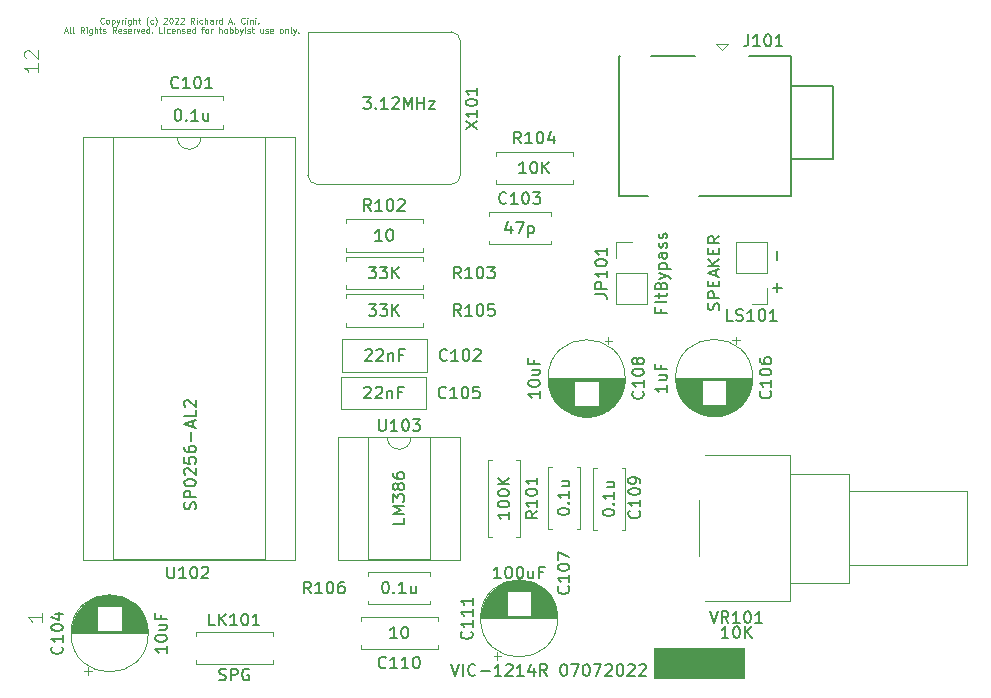
<source format=gto>
%TF.GenerationSoftware,KiCad,Pcbnew,(6.0.4-0)*%
%TF.CreationDate,2022-07-12T12:37:45-04:00*%
%TF.ProjectId,vic1214,76696331-3231-4342-9e6b-696361645f70,rev?*%
%TF.SameCoordinates,Original*%
%TF.FileFunction,Legend,Top*%
%TF.FilePolarity,Positive*%
%FSLAX46Y46*%
G04 Gerber Fmt 4.6, Leading zero omitted, Abs format (unit mm)*
G04 Created by KiCad (PCBNEW (6.0.4-0)) date 2022-07-12 12:37:45*
%MOMM*%
%LPD*%
G01*
G04 APERTURE LIST*
%ADD10C,0.100000*%
%ADD11C,0.150000*%
%ADD12C,0.170000*%
%ADD13C,0.101600*%
%ADD14C,0.120000*%
G04 APERTURE END LIST*
D10*
G36*
X128270000Y-128270000D02*
G01*
X120650000Y-128270000D01*
X120650000Y-125730000D01*
X128270000Y-125730000D01*
X128270000Y-128270000D01*
G37*
X128270000Y-128270000D02*
X120650000Y-128270000D01*
X120650000Y-125730000D01*
X128270000Y-125730000D01*
X128270000Y-128270000D01*
X74061666Y-72801071D02*
X74037857Y-72824880D01*
X73966428Y-72848690D01*
X73918809Y-72848690D01*
X73847380Y-72824880D01*
X73799761Y-72777261D01*
X73775952Y-72729642D01*
X73752142Y-72634404D01*
X73752142Y-72562976D01*
X73775952Y-72467738D01*
X73799761Y-72420119D01*
X73847380Y-72372500D01*
X73918809Y-72348690D01*
X73966428Y-72348690D01*
X74037857Y-72372500D01*
X74061666Y-72396309D01*
X74347380Y-72848690D02*
X74299761Y-72824880D01*
X74275952Y-72801071D01*
X74252142Y-72753452D01*
X74252142Y-72610595D01*
X74275952Y-72562976D01*
X74299761Y-72539166D01*
X74347380Y-72515357D01*
X74418809Y-72515357D01*
X74466428Y-72539166D01*
X74490238Y-72562976D01*
X74514047Y-72610595D01*
X74514047Y-72753452D01*
X74490238Y-72801071D01*
X74466428Y-72824880D01*
X74418809Y-72848690D01*
X74347380Y-72848690D01*
X74728333Y-72515357D02*
X74728333Y-73015357D01*
X74728333Y-72539166D02*
X74775952Y-72515357D01*
X74871190Y-72515357D01*
X74918809Y-72539166D01*
X74942619Y-72562976D01*
X74966428Y-72610595D01*
X74966428Y-72753452D01*
X74942619Y-72801071D01*
X74918809Y-72824880D01*
X74871190Y-72848690D01*
X74775952Y-72848690D01*
X74728333Y-72824880D01*
X75133095Y-72515357D02*
X75252142Y-72848690D01*
X75371190Y-72515357D02*
X75252142Y-72848690D01*
X75204523Y-72967738D01*
X75180714Y-72991547D01*
X75133095Y-73015357D01*
X75561666Y-72848690D02*
X75561666Y-72515357D01*
X75561666Y-72610595D02*
X75585476Y-72562976D01*
X75609285Y-72539166D01*
X75656904Y-72515357D01*
X75704523Y-72515357D01*
X75871190Y-72848690D02*
X75871190Y-72515357D01*
X75871190Y-72348690D02*
X75847380Y-72372500D01*
X75871190Y-72396309D01*
X75895000Y-72372500D01*
X75871190Y-72348690D01*
X75871190Y-72396309D01*
X76323571Y-72515357D02*
X76323571Y-72920119D01*
X76299761Y-72967738D01*
X76275952Y-72991547D01*
X76228333Y-73015357D01*
X76156904Y-73015357D01*
X76109285Y-72991547D01*
X76323571Y-72824880D02*
X76275952Y-72848690D01*
X76180714Y-72848690D01*
X76133095Y-72824880D01*
X76109285Y-72801071D01*
X76085476Y-72753452D01*
X76085476Y-72610595D01*
X76109285Y-72562976D01*
X76133095Y-72539166D01*
X76180714Y-72515357D01*
X76275952Y-72515357D01*
X76323571Y-72539166D01*
X76561666Y-72848690D02*
X76561666Y-72348690D01*
X76775952Y-72848690D02*
X76775952Y-72586785D01*
X76752142Y-72539166D01*
X76704523Y-72515357D01*
X76633095Y-72515357D01*
X76585476Y-72539166D01*
X76561666Y-72562976D01*
X76942619Y-72515357D02*
X77133095Y-72515357D01*
X77014047Y-72348690D02*
X77014047Y-72777261D01*
X77037857Y-72824880D01*
X77085476Y-72848690D01*
X77133095Y-72848690D01*
X77823571Y-73039166D02*
X77799761Y-73015357D01*
X77752142Y-72943928D01*
X77728333Y-72896309D01*
X77704523Y-72824880D01*
X77680714Y-72705833D01*
X77680714Y-72610595D01*
X77704523Y-72491547D01*
X77728333Y-72420119D01*
X77752142Y-72372500D01*
X77799761Y-72301071D01*
X77823571Y-72277261D01*
X78228333Y-72824880D02*
X78180714Y-72848690D01*
X78085476Y-72848690D01*
X78037857Y-72824880D01*
X78014047Y-72801071D01*
X77990238Y-72753452D01*
X77990238Y-72610595D01*
X78014047Y-72562976D01*
X78037857Y-72539166D01*
X78085476Y-72515357D01*
X78180714Y-72515357D01*
X78228333Y-72539166D01*
X78395000Y-73039166D02*
X78418809Y-73015357D01*
X78466428Y-72943928D01*
X78490238Y-72896309D01*
X78514047Y-72824880D01*
X78537857Y-72705833D01*
X78537857Y-72610595D01*
X78514047Y-72491547D01*
X78490238Y-72420119D01*
X78466428Y-72372500D01*
X78418809Y-72301071D01*
X78395000Y-72277261D01*
X79133095Y-72396309D02*
X79156904Y-72372500D01*
X79204523Y-72348690D01*
X79323571Y-72348690D01*
X79371190Y-72372500D01*
X79395000Y-72396309D01*
X79418809Y-72443928D01*
X79418809Y-72491547D01*
X79395000Y-72562976D01*
X79109285Y-72848690D01*
X79418809Y-72848690D01*
X79728333Y-72348690D02*
X79775952Y-72348690D01*
X79823571Y-72372500D01*
X79847380Y-72396309D01*
X79871190Y-72443928D01*
X79895000Y-72539166D01*
X79895000Y-72658214D01*
X79871190Y-72753452D01*
X79847380Y-72801071D01*
X79823571Y-72824880D01*
X79775952Y-72848690D01*
X79728333Y-72848690D01*
X79680714Y-72824880D01*
X79656904Y-72801071D01*
X79633095Y-72753452D01*
X79609285Y-72658214D01*
X79609285Y-72539166D01*
X79633095Y-72443928D01*
X79656904Y-72396309D01*
X79680714Y-72372500D01*
X79728333Y-72348690D01*
X80085476Y-72396309D02*
X80109285Y-72372500D01*
X80156904Y-72348690D01*
X80275952Y-72348690D01*
X80323571Y-72372500D01*
X80347380Y-72396309D01*
X80371190Y-72443928D01*
X80371190Y-72491547D01*
X80347380Y-72562976D01*
X80061666Y-72848690D01*
X80371190Y-72848690D01*
X80561666Y-72396309D02*
X80585476Y-72372500D01*
X80633095Y-72348690D01*
X80752142Y-72348690D01*
X80799761Y-72372500D01*
X80823571Y-72396309D01*
X80847380Y-72443928D01*
X80847380Y-72491547D01*
X80823571Y-72562976D01*
X80537857Y-72848690D01*
X80847380Y-72848690D01*
X81728333Y-72848690D02*
X81561666Y-72610595D01*
X81442619Y-72848690D02*
X81442619Y-72348690D01*
X81633095Y-72348690D01*
X81680714Y-72372500D01*
X81704523Y-72396309D01*
X81728333Y-72443928D01*
X81728333Y-72515357D01*
X81704523Y-72562976D01*
X81680714Y-72586785D01*
X81633095Y-72610595D01*
X81442619Y-72610595D01*
X81942619Y-72848690D02*
X81942619Y-72515357D01*
X81942619Y-72348690D02*
X81918809Y-72372500D01*
X81942619Y-72396309D01*
X81966428Y-72372500D01*
X81942619Y-72348690D01*
X81942619Y-72396309D01*
X82395000Y-72824880D02*
X82347380Y-72848690D01*
X82252142Y-72848690D01*
X82204523Y-72824880D01*
X82180714Y-72801071D01*
X82156904Y-72753452D01*
X82156904Y-72610595D01*
X82180714Y-72562976D01*
X82204523Y-72539166D01*
X82252142Y-72515357D01*
X82347380Y-72515357D01*
X82395000Y-72539166D01*
X82609285Y-72848690D02*
X82609285Y-72348690D01*
X82823571Y-72848690D02*
X82823571Y-72586785D01*
X82799761Y-72539166D01*
X82752142Y-72515357D01*
X82680714Y-72515357D01*
X82633095Y-72539166D01*
X82609285Y-72562976D01*
X83275952Y-72848690D02*
X83275952Y-72586785D01*
X83252142Y-72539166D01*
X83204523Y-72515357D01*
X83109285Y-72515357D01*
X83061666Y-72539166D01*
X83275952Y-72824880D02*
X83228333Y-72848690D01*
X83109285Y-72848690D01*
X83061666Y-72824880D01*
X83037857Y-72777261D01*
X83037857Y-72729642D01*
X83061666Y-72682023D01*
X83109285Y-72658214D01*
X83228333Y-72658214D01*
X83275952Y-72634404D01*
X83514047Y-72848690D02*
X83514047Y-72515357D01*
X83514047Y-72610595D02*
X83537857Y-72562976D01*
X83561666Y-72539166D01*
X83609285Y-72515357D01*
X83656904Y-72515357D01*
X84037857Y-72848690D02*
X84037857Y-72348690D01*
X84037857Y-72824880D02*
X83990238Y-72848690D01*
X83895000Y-72848690D01*
X83847380Y-72824880D01*
X83823571Y-72801071D01*
X83799761Y-72753452D01*
X83799761Y-72610595D01*
X83823571Y-72562976D01*
X83847380Y-72539166D01*
X83895000Y-72515357D01*
X83990238Y-72515357D01*
X84037857Y-72539166D01*
X84633095Y-72705833D02*
X84871190Y-72705833D01*
X84585476Y-72848690D02*
X84752142Y-72348690D01*
X84918809Y-72848690D01*
X85085476Y-72801071D02*
X85109285Y-72824880D01*
X85085476Y-72848690D01*
X85061666Y-72824880D01*
X85085476Y-72801071D01*
X85085476Y-72848690D01*
X85990238Y-72801071D02*
X85966428Y-72824880D01*
X85895000Y-72848690D01*
X85847380Y-72848690D01*
X85775952Y-72824880D01*
X85728333Y-72777261D01*
X85704523Y-72729642D01*
X85680714Y-72634404D01*
X85680714Y-72562976D01*
X85704523Y-72467738D01*
X85728333Y-72420119D01*
X85775952Y-72372500D01*
X85847380Y-72348690D01*
X85895000Y-72348690D01*
X85966428Y-72372500D01*
X85990238Y-72396309D01*
X86204523Y-72848690D02*
X86204523Y-72515357D01*
X86204523Y-72348690D02*
X86180714Y-72372500D01*
X86204523Y-72396309D01*
X86228333Y-72372500D01*
X86204523Y-72348690D01*
X86204523Y-72396309D01*
X86442619Y-72515357D02*
X86442619Y-72848690D01*
X86442619Y-72562976D02*
X86466428Y-72539166D01*
X86514047Y-72515357D01*
X86585476Y-72515357D01*
X86633095Y-72539166D01*
X86656904Y-72586785D01*
X86656904Y-72848690D01*
X86895000Y-72848690D02*
X86895000Y-72515357D01*
X86895000Y-72348690D02*
X86871190Y-72372500D01*
X86895000Y-72396309D01*
X86918809Y-72372500D01*
X86895000Y-72348690D01*
X86895000Y-72396309D01*
X87133095Y-72801071D02*
X87156904Y-72824880D01*
X87133095Y-72848690D01*
X87109285Y-72824880D01*
X87133095Y-72801071D01*
X87133095Y-72848690D01*
X70740238Y-73510833D02*
X70978333Y-73510833D01*
X70692619Y-73653690D02*
X70859285Y-73153690D01*
X71025952Y-73653690D01*
X71264047Y-73653690D02*
X71216428Y-73629880D01*
X71192619Y-73582261D01*
X71192619Y-73153690D01*
X71525952Y-73653690D02*
X71478333Y-73629880D01*
X71454523Y-73582261D01*
X71454523Y-73153690D01*
X72383095Y-73653690D02*
X72216428Y-73415595D01*
X72097380Y-73653690D02*
X72097380Y-73153690D01*
X72287857Y-73153690D01*
X72335476Y-73177500D01*
X72359285Y-73201309D01*
X72383095Y-73248928D01*
X72383095Y-73320357D01*
X72359285Y-73367976D01*
X72335476Y-73391785D01*
X72287857Y-73415595D01*
X72097380Y-73415595D01*
X72597380Y-73653690D02*
X72597380Y-73320357D01*
X72597380Y-73153690D02*
X72573571Y-73177500D01*
X72597380Y-73201309D01*
X72621190Y-73177500D01*
X72597380Y-73153690D01*
X72597380Y-73201309D01*
X73049761Y-73320357D02*
X73049761Y-73725119D01*
X73025952Y-73772738D01*
X73002142Y-73796547D01*
X72954523Y-73820357D01*
X72883095Y-73820357D01*
X72835476Y-73796547D01*
X73049761Y-73629880D02*
X73002142Y-73653690D01*
X72906904Y-73653690D01*
X72859285Y-73629880D01*
X72835476Y-73606071D01*
X72811666Y-73558452D01*
X72811666Y-73415595D01*
X72835476Y-73367976D01*
X72859285Y-73344166D01*
X72906904Y-73320357D01*
X73002142Y-73320357D01*
X73049761Y-73344166D01*
X73287857Y-73653690D02*
X73287857Y-73153690D01*
X73502142Y-73653690D02*
X73502142Y-73391785D01*
X73478333Y-73344166D01*
X73430714Y-73320357D01*
X73359285Y-73320357D01*
X73311666Y-73344166D01*
X73287857Y-73367976D01*
X73668809Y-73320357D02*
X73859285Y-73320357D01*
X73740238Y-73153690D02*
X73740238Y-73582261D01*
X73764047Y-73629880D01*
X73811666Y-73653690D01*
X73859285Y-73653690D01*
X74002142Y-73629880D02*
X74049761Y-73653690D01*
X74145000Y-73653690D01*
X74192619Y-73629880D01*
X74216428Y-73582261D01*
X74216428Y-73558452D01*
X74192619Y-73510833D01*
X74145000Y-73487023D01*
X74073571Y-73487023D01*
X74025952Y-73463214D01*
X74002142Y-73415595D01*
X74002142Y-73391785D01*
X74025952Y-73344166D01*
X74073571Y-73320357D01*
X74145000Y-73320357D01*
X74192619Y-73344166D01*
X75097380Y-73653690D02*
X74930714Y-73415595D01*
X74811666Y-73653690D02*
X74811666Y-73153690D01*
X75002142Y-73153690D01*
X75049761Y-73177500D01*
X75073571Y-73201309D01*
X75097380Y-73248928D01*
X75097380Y-73320357D01*
X75073571Y-73367976D01*
X75049761Y-73391785D01*
X75002142Y-73415595D01*
X74811666Y-73415595D01*
X75502142Y-73629880D02*
X75454523Y-73653690D01*
X75359285Y-73653690D01*
X75311666Y-73629880D01*
X75287857Y-73582261D01*
X75287857Y-73391785D01*
X75311666Y-73344166D01*
X75359285Y-73320357D01*
X75454523Y-73320357D01*
X75502142Y-73344166D01*
X75525952Y-73391785D01*
X75525952Y-73439404D01*
X75287857Y-73487023D01*
X75716428Y-73629880D02*
X75764047Y-73653690D01*
X75859285Y-73653690D01*
X75906904Y-73629880D01*
X75930714Y-73582261D01*
X75930714Y-73558452D01*
X75906904Y-73510833D01*
X75859285Y-73487023D01*
X75787857Y-73487023D01*
X75740238Y-73463214D01*
X75716428Y-73415595D01*
X75716428Y-73391785D01*
X75740238Y-73344166D01*
X75787857Y-73320357D01*
X75859285Y-73320357D01*
X75906904Y-73344166D01*
X76335476Y-73629880D02*
X76287857Y-73653690D01*
X76192619Y-73653690D01*
X76145000Y-73629880D01*
X76121190Y-73582261D01*
X76121190Y-73391785D01*
X76145000Y-73344166D01*
X76192619Y-73320357D01*
X76287857Y-73320357D01*
X76335476Y-73344166D01*
X76359285Y-73391785D01*
X76359285Y-73439404D01*
X76121190Y-73487023D01*
X76573571Y-73653690D02*
X76573571Y-73320357D01*
X76573571Y-73415595D02*
X76597380Y-73367976D01*
X76621190Y-73344166D01*
X76668809Y-73320357D01*
X76716428Y-73320357D01*
X76835476Y-73320357D02*
X76954523Y-73653690D01*
X77073571Y-73320357D01*
X77454523Y-73629880D02*
X77406904Y-73653690D01*
X77311666Y-73653690D01*
X77264047Y-73629880D01*
X77240238Y-73582261D01*
X77240238Y-73391785D01*
X77264047Y-73344166D01*
X77311666Y-73320357D01*
X77406904Y-73320357D01*
X77454523Y-73344166D01*
X77478333Y-73391785D01*
X77478333Y-73439404D01*
X77240238Y-73487023D01*
X77906904Y-73653690D02*
X77906904Y-73153690D01*
X77906904Y-73629880D02*
X77859285Y-73653690D01*
X77764047Y-73653690D01*
X77716428Y-73629880D01*
X77692619Y-73606071D01*
X77668809Y-73558452D01*
X77668809Y-73415595D01*
X77692619Y-73367976D01*
X77716428Y-73344166D01*
X77764047Y-73320357D01*
X77859285Y-73320357D01*
X77906904Y-73344166D01*
X78145000Y-73606071D02*
X78168809Y-73629880D01*
X78145000Y-73653690D01*
X78121190Y-73629880D01*
X78145000Y-73606071D01*
X78145000Y-73653690D01*
X79002142Y-73653690D02*
X78764047Y-73653690D01*
X78764047Y-73153690D01*
X79168809Y-73653690D02*
X79168809Y-73320357D01*
X79168809Y-73153690D02*
X79145000Y-73177500D01*
X79168809Y-73201309D01*
X79192619Y-73177500D01*
X79168809Y-73153690D01*
X79168809Y-73201309D01*
X79621190Y-73629880D02*
X79573571Y-73653690D01*
X79478333Y-73653690D01*
X79430714Y-73629880D01*
X79406904Y-73606071D01*
X79383095Y-73558452D01*
X79383095Y-73415595D01*
X79406904Y-73367976D01*
X79430714Y-73344166D01*
X79478333Y-73320357D01*
X79573571Y-73320357D01*
X79621190Y-73344166D01*
X80025952Y-73629880D02*
X79978333Y-73653690D01*
X79883095Y-73653690D01*
X79835476Y-73629880D01*
X79811666Y-73582261D01*
X79811666Y-73391785D01*
X79835476Y-73344166D01*
X79883095Y-73320357D01*
X79978333Y-73320357D01*
X80025952Y-73344166D01*
X80049761Y-73391785D01*
X80049761Y-73439404D01*
X79811666Y-73487023D01*
X80264047Y-73320357D02*
X80264047Y-73653690D01*
X80264047Y-73367976D02*
X80287857Y-73344166D01*
X80335476Y-73320357D01*
X80406904Y-73320357D01*
X80454523Y-73344166D01*
X80478333Y-73391785D01*
X80478333Y-73653690D01*
X80692619Y-73629880D02*
X80740238Y-73653690D01*
X80835476Y-73653690D01*
X80883095Y-73629880D01*
X80906904Y-73582261D01*
X80906904Y-73558452D01*
X80883095Y-73510833D01*
X80835476Y-73487023D01*
X80764047Y-73487023D01*
X80716428Y-73463214D01*
X80692619Y-73415595D01*
X80692619Y-73391785D01*
X80716428Y-73344166D01*
X80764047Y-73320357D01*
X80835476Y-73320357D01*
X80883095Y-73344166D01*
X81311666Y-73629880D02*
X81264047Y-73653690D01*
X81168809Y-73653690D01*
X81121190Y-73629880D01*
X81097380Y-73582261D01*
X81097380Y-73391785D01*
X81121190Y-73344166D01*
X81168809Y-73320357D01*
X81264047Y-73320357D01*
X81311666Y-73344166D01*
X81335476Y-73391785D01*
X81335476Y-73439404D01*
X81097380Y-73487023D01*
X81764047Y-73653690D02*
X81764047Y-73153690D01*
X81764047Y-73629880D02*
X81716428Y-73653690D01*
X81621190Y-73653690D01*
X81573571Y-73629880D01*
X81549761Y-73606071D01*
X81525952Y-73558452D01*
X81525952Y-73415595D01*
X81549761Y-73367976D01*
X81573571Y-73344166D01*
X81621190Y-73320357D01*
X81716428Y-73320357D01*
X81764047Y-73344166D01*
X82311666Y-73320357D02*
X82502142Y-73320357D01*
X82383095Y-73653690D02*
X82383095Y-73225119D01*
X82406904Y-73177500D01*
X82454523Y-73153690D01*
X82502142Y-73153690D01*
X82740238Y-73653690D02*
X82692619Y-73629880D01*
X82668809Y-73606071D01*
X82645000Y-73558452D01*
X82645000Y-73415595D01*
X82668809Y-73367976D01*
X82692619Y-73344166D01*
X82740238Y-73320357D01*
X82811666Y-73320357D01*
X82859285Y-73344166D01*
X82883095Y-73367976D01*
X82906904Y-73415595D01*
X82906904Y-73558452D01*
X82883095Y-73606071D01*
X82859285Y-73629880D01*
X82811666Y-73653690D01*
X82740238Y-73653690D01*
X83121190Y-73653690D02*
X83121190Y-73320357D01*
X83121190Y-73415595D02*
X83145000Y-73367976D01*
X83168809Y-73344166D01*
X83216428Y-73320357D01*
X83264047Y-73320357D01*
X83811666Y-73653690D02*
X83811666Y-73153690D01*
X84025952Y-73653690D02*
X84025952Y-73391785D01*
X84002142Y-73344166D01*
X83954523Y-73320357D01*
X83883095Y-73320357D01*
X83835476Y-73344166D01*
X83811666Y-73367976D01*
X84335476Y-73653690D02*
X84287857Y-73629880D01*
X84264047Y-73606071D01*
X84240238Y-73558452D01*
X84240238Y-73415595D01*
X84264047Y-73367976D01*
X84287857Y-73344166D01*
X84335476Y-73320357D01*
X84406904Y-73320357D01*
X84454523Y-73344166D01*
X84478333Y-73367976D01*
X84502142Y-73415595D01*
X84502142Y-73558452D01*
X84478333Y-73606071D01*
X84454523Y-73629880D01*
X84406904Y-73653690D01*
X84335476Y-73653690D01*
X84716428Y-73653690D02*
X84716428Y-73153690D01*
X84716428Y-73344166D02*
X84764047Y-73320357D01*
X84859285Y-73320357D01*
X84906904Y-73344166D01*
X84930714Y-73367976D01*
X84954523Y-73415595D01*
X84954523Y-73558452D01*
X84930714Y-73606071D01*
X84906904Y-73629880D01*
X84859285Y-73653690D01*
X84764047Y-73653690D01*
X84716428Y-73629880D01*
X85168809Y-73653690D02*
X85168809Y-73153690D01*
X85168809Y-73344166D02*
X85216428Y-73320357D01*
X85311666Y-73320357D01*
X85359285Y-73344166D01*
X85383095Y-73367976D01*
X85406904Y-73415595D01*
X85406904Y-73558452D01*
X85383095Y-73606071D01*
X85359285Y-73629880D01*
X85311666Y-73653690D01*
X85216428Y-73653690D01*
X85168809Y-73629880D01*
X85573571Y-73320357D02*
X85692619Y-73653690D01*
X85811666Y-73320357D02*
X85692619Y-73653690D01*
X85645000Y-73772738D01*
X85621190Y-73796547D01*
X85573571Y-73820357D01*
X86002142Y-73653690D02*
X86002142Y-73320357D01*
X86002142Y-73153690D02*
X85978333Y-73177500D01*
X86002142Y-73201309D01*
X86025952Y-73177500D01*
X86002142Y-73153690D01*
X86002142Y-73201309D01*
X86216428Y-73629880D02*
X86264047Y-73653690D01*
X86359285Y-73653690D01*
X86406904Y-73629880D01*
X86430714Y-73582261D01*
X86430714Y-73558452D01*
X86406904Y-73510833D01*
X86359285Y-73487023D01*
X86287857Y-73487023D01*
X86240238Y-73463214D01*
X86216428Y-73415595D01*
X86216428Y-73391785D01*
X86240238Y-73344166D01*
X86287857Y-73320357D01*
X86359285Y-73320357D01*
X86406904Y-73344166D01*
X86573571Y-73320357D02*
X86764047Y-73320357D01*
X86645000Y-73153690D02*
X86645000Y-73582261D01*
X86668809Y-73629880D01*
X86716428Y-73653690D01*
X86764047Y-73653690D01*
X87525952Y-73320357D02*
X87525952Y-73653690D01*
X87311666Y-73320357D02*
X87311666Y-73582261D01*
X87335476Y-73629880D01*
X87383095Y-73653690D01*
X87454523Y-73653690D01*
X87502142Y-73629880D01*
X87525952Y-73606071D01*
X87740238Y-73629880D02*
X87787857Y-73653690D01*
X87883095Y-73653690D01*
X87930714Y-73629880D01*
X87954523Y-73582261D01*
X87954523Y-73558452D01*
X87930714Y-73510833D01*
X87883095Y-73487023D01*
X87811666Y-73487023D01*
X87764047Y-73463214D01*
X87740238Y-73415595D01*
X87740238Y-73391785D01*
X87764047Y-73344166D01*
X87811666Y-73320357D01*
X87883095Y-73320357D01*
X87930714Y-73344166D01*
X88359285Y-73629880D02*
X88311666Y-73653690D01*
X88216428Y-73653690D01*
X88168809Y-73629880D01*
X88145000Y-73582261D01*
X88145000Y-73391785D01*
X88168809Y-73344166D01*
X88216428Y-73320357D01*
X88311666Y-73320357D01*
X88359285Y-73344166D01*
X88383095Y-73391785D01*
X88383095Y-73439404D01*
X88145000Y-73487023D01*
X89049761Y-73653690D02*
X89002142Y-73629880D01*
X88978333Y-73606071D01*
X88954523Y-73558452D01*
X88954523Y-73415595D01*
X88978333Y-73367976D01*
X89002142Y-73344166D01*
X89049761Y-73320357D01*
X89121190Y-73320357D01*
X89168809Y-73344166D01*
X89192619Y-73367976D01*
X89216428Y-73415595D01*
X89216428Y-73558452D01*
X89192619Y-73606071D01*
X89168809Y-73629880D01*
X89121190Y-73653690D01*
X89049761Y-73653690D01*
X89430714Y-73320357D02*
X89430714Y-73653690D01*
X89430714Y-73367976D02*
X89454523Y-73344166D01*
X89502142Y-73320357D01*
X89573571Y-73320357D01*
X89621190Y-73344166D01*
X89644999Y-73391785D01*
X89644999Y-73653690D01*
X89954523Y-73653690D02*
X89906904Y-73629880D01*
X89883095Y-73582261D01*
X89883095Y-73153690D01*
X90097380Y-73320357D02*
X90216428Y-73653690D01*
X90335476Y-73320357D02*
X90216428Y-73653690D01*
X90168809Y-73772738D01*
X90144999Y-73796547D01*
X90097380Y-73820357D01*
X90525952Y-73606071D02*
X90549761Y-73629880D01*
X90525952Y-73653690D01*
X90502142Y-73629880D01*
X90525952Y-73606071D01*
X90525952Y-73653690D01*
D11*
X103474285Y-127087380D02*
X103807619Y-128087380D01*
X104140952Y-127087380D01*
X104474285Y-128087380D02*
X104474285Y-127087380D01*
X105521904Y-127992142D02*
X105474285Y-128039761D01*
X105331428Y-128087380D01*
X105236190Y-128087380D01*
X105093333Y-128039761D01*
X104998095Y-127944523D01*
X104950476Y-127849285D01*
X104902857Y-127658809D01*
X104902857Y-127515952D01*
X104950476Y-127325476D01*
X104998095Y-127230238D01*
X105093333Y-127135000D01*
X105236190Y-127087380D01*
X105331428Y-127087380D01*
X105474285Y-127135000D01*
X105521904Y-127182619D01*
X105950476Y-127706428D02*
X106712380Y-127706428D01*
X107712380Y-128087380D02*
X107140952Y-128087380D01*
X107426666Y-128087380D02*
X107426666Y-127087380D01*
X107331428Y-127230238D01*
X107236190Y-127325476D01*
X107140952Y-127373095D01*
X108093333Y-127182619D02*
X108140952Y-127135000D01*
X108236190Y-127087380D01*
X108474285Y-127087380D01*
X108569523Y-127135000D01*
X108617142Y-127182619D01*
X108664761Y-127277857D01*
X108664761Y-127373095D01*
X108617142Y-127515952D01*
X108045714Y-128087380D01*
X108664761Y-128087380D01*
X109617142Y-128087380D02*
X109045714Y-128087380D01*
X109331428Y-128087380D02*
X109331428Y-127087380D01*
X109236190Y-127230238D01*
X109140952Y-127325476D01*
X109045714Y-127373095D01*
X110474285Y-127420714D02*
X110474285Y-128087380D01*
X110236190Y-127039761D02*
X109998095Y-127754047D01*
X110617142Y-127754047D01*
X111569523Y-128087380D02*
X111236190Y-127611190D01*
X110998095Y-128087380D02*
X110998095Y-127087380D01*
X111379047Y-127087380D01*
X111474285Y-127135000D01*
X111521904Y-127182619D01*
X111569523Y-127277857D01*
X111569523Y-127420714D01*
X111521904Y-127515952D01*
X111474285Y-127563571D01*
X111379047Y-127611190D01*
X110998095Y-127611190D01*
X112950476Y-127087380D02*
X113045714Y-127087380D01*
X113140952Y-127135000D01*
X113188571Y-127182619D01*
X113236190Y-127277857D01*
X113283809Y-127468333D01*
X113283809Y-127706428D01*
X113236190Y-127896904D01*
X113188571Y-127992142D01*
X113140952Y-128039761D01*
X113045714Y-128087380D01*
X112950476Y-128087380D01*
X112855238Y-128039761D01*
X112807619Y-127992142D01*
X112760000Y-127896904D01*
X112712380Y-127706428D01*
X112712380Y-127468333D01*
X112760000Y-127277857D01*
X112807619Y-127182619D01*
X112855238Y-127135000D01*
X112950476Y-127087380D01*
X113617142Y-127087380D02*
X114283809Y-127087380D01*
X113855238Y-128087380D01*
X114855238Y-127087380D02*
X114950476Y-127087380D01*
X115045714Y-127135000D01*
X115093333Y-127182619D01*
X115140952Y-127277857D01*
X115188571Y-127468333D01*
X115188571Y-127706428D01*
X115140952Y-127896904D01*
X115093333Y-127992142D01*
X115045714Y-128039761D01*
X114950476Y-128087380D01*
X114855238Y-128087380D01*
X114759999Y-128039761D01*
X114712380Y-127992142D01*
X114664761Y-127896904D01*
X114617142Y-127706428D01*
X114617142Y-127468333D01*
X114664761Y-127277857D01*
X114712380Y-127182619D01*
X114759999Y-127135000D01*
X114855238Y-127087380D01*
X115521904Y-127087380D02*
X116188571Y-127087380D01*
X115759999Y-128087380D01*
X116521904Y-127182619D02*
X116569523Y-127135000D01*
X116664761Y-127087380D01*
X116902857Y-127087380D01*
X116998095Y-127135000D01*
X117045714Y-127182619D01*
X117093333Y-127277857D01*
X117093333Y-127373095D01*
X117045714Y-127515952D01*
X116474285Y-128087380D01*
X117093333Y-128087380D01*
X117712380Y-127087380D02*
X117807619Y-127087380D01*
X117902857Y-127135000D01*
X117950476Y-127182619D01*
X117998095Y-127277857D01*
X118045714Y-127468333D01*
X118045714Y-127706428D01*
X117998095Y-127896904D01*
X117950476Y-127992142D01*
X117902857Y-128039761D01*
X117807619Y-128087380D01*
X117712380Y-128087380D01*
X117617142Y-128039761D01*
X117569523Y-127992142D01*
X117521904Y-127896904D01*
X117474285Y-127706428D01*
X117474285Y-127468333D01*
X117521904Y-127277857D01*
X117569523Y-127182619D01*
X117617142Y-127135000D01*
X117712380Y-127087380D01*
X118426666Y-127182619D02*
X118474285Y-127135000D01*
X118569523Y-127087380D01*
X118807619Y-127087380D01*
X118902857Y-127135000D01*
X118950476Y-127182619D01*
X118998095Y-127277857D01*
X118998095Y-127373095D01*
X118950476Y-127515952D01*
X118379047Y-128087380D01*
X118998095Y-128087380D01*
X119379047Y-127182619D02*
X119426666Y-127135000D01*
X119521904Y-127087380D01*
X119759999Y-127087380D01*
X119855238Y-127135000D01*
X119902857Y-127182619D01*
X119950476Y-127277857D01*
X119950476Y-127373095D01*
X119902857Y-127515952D01*
X119331428Y-128087380D01*
X119950476Y-128087380D01*
D12*
X131094171Y-92091095D02*
X131094171Y-92853000D01*
X131094171Y-94853000D02*
X131094171Y-95614904D01*
X130713219Y-95233952D02*
X131475123Y-95233952D01*
D11*
X83804285Y-128420761D02*
X83947142Y-128468380D01*
X84185238Y-128468380D01*
X84280476Y-128420761D01*
X84328095Y-128373142D01*
X84375714Y-128277904D01*
X84375714Y-128182666D01*
X84328095Y-128087428D01*
X84280476Y-128039809D01*
X84185238Y-127992190D01*
X83994761Y-127944571D01*
X83899523Y-127896952D01*
X83851904Y-127849333D01*
X83804285Y-127754095D01*
X83804285Y-127658857D01*
X83851904Y-127563619D01*
X83899523Y-127516000D01*
X83994761Y-127468380D01*
X84232857Y-127468380D01*
X84375714Y-127516000D01*
X84804285Y-128468380D02*
X84804285Y-127468380D01*
X85185238Y-127468380D01*
X85280476Y-127516000D01*
X85328095Y-127563619D01*
X85375714Y-127658857D01*
X85375714Y-127801714D01*
X85328095Y-127896952D01*
X85280476Y-127944571D01*
X85185238Y-127992190D01*
X84804285Y-127992190D01*
X86328095Y-127516000D02*
X86232857Y-127468380D01*
X86090000Y-127468380D01*
X85947142Y-127516000D01*
X85851904Y-127611238D01*
X85804285Y-127706476D01*
X85756666Y-127896952D01*
X85756666Y-128039809D01*
X85804285Y-128230285D01*
X85851904Y-128325523D01*
X85947142Y-128420761D01*
X86090000Y-128468380D01*
X86185238Y-128468380D01*
X86328095Y-128420761D01*
X86375714Y-128373142D01*
X86375714Y-128039809D01*
X86185238Y-128039809D01*
%TO.C,C108*%
X119692142Y-103989047D02*
X119739761Y-104036666D01*
X119787380Y-104179523D01*
X119787380Y-104274761D01*
X119739761Y-104417619D01*
X119644523Y-104512857D01*
X119549285Y-104560476D01*
X119358809Y-104608095D01*
X119215952Y-104608095D01*
X119025476Y-104560476D01*
X118930238Y-104512857D01*
X118835000Y-104417619D01*
X118787380Y-104274761D01*
X118787380Y-104179523D01*
X118835000Y-104036666D01*
X118882619Y-103989047D01*
X119787380Y-103036666D02*
X119787380Y-103608095D01*
X119787380Y-103322380D02*
X118787380Y-103322380D01*
X118930238Y-103417619D01*
X119025476Y-103512857D01*
X119073095Y-103608095D01*
X118787380Y-102417619D02*
X118787380Y-102322380D01*
X118835000Y-102227142D01*
X118882619Y-102179523D01*
X118977857Y-102131904D01*
X119168333Y-102084285D01*
X119406428Y-102084285D01*
X119596904Y-102131904D01*
X119692142Y-102179523D01*
X119739761Y-102227142D01*
X119787380Y-102322380D01*
X119787380Y-102417619D01*
X119739761Y-102512857D01*
X119692142Y-102560476D01*
X119596904Y-102608095D01*
X119406428Y-102655714D01*
X119168333Y-102655714D01*
X118977857Y-102608095D01*
X118882619Y-102560476D01*
X118835000Y-102512857D01*
X118787380Y-102417619D01*
X119215952Y-101512857D02*
X119168333Y-101608095D01*
X119120714Y-101655714D01*
X119025476Y-101703333D01*
X118977857Y-101703333D01*
X118882619Y-101655714D01*
X118835000Y-101608095D01*
X118787380Y-101512857D01*
X118787380Y-101322380D01*
X118835000Y-101227142D01*
X118882619Y-101179523D01*
X118977857Y-101131904D01*
X119025476Y-101131904D01*
X119120714Y-101179523D01*
X119168333Y-101227142D01*
X119215952Y-101322380D01*
X119215952Y-101512857D01*
X119263571Y-101608095D01*
X119311190Y-101655714D01*
X119406428Y-101703333D01*
X119596904Y-101703333D01*
X119692142Y-101655714D01*
X119739761Y-101608095D01*
X119787380Y-101512857D01*
X119787380Y-101322380D01*
X119739761Y-101227142D01*
X119692142Y-101179523D01*
X119596904Y-101131904D01*
X119406428Y-101131904D01*
X119311190Y-101179523D01*
X119263571Y-101227142D01*
X119215952Y-101322380D01*
X110987380Y-103961428D02*
X110987380Y-104532857D01*
X110987380Y-104247142D02*
X109987380Y-104247142D01*
X110130238Y-104342380D01*
X110225476Y-104437619D01*
X110273095Y-104532857D01*
X109987380Y-103342380D02*
X109987380Y-103247142D01*
X110035000Y-103151904D01*
X110082619Y-103104285D01*
X110177857Y-103056666D01*
X110368333Y-103009047D01*
X110606428Y-103009047D01*
X110796904Y-103056666D01*
X110892142Y-103104285D01*
X110939761Y-103151904D01*
X110987380Y-103247142D01*
X110987380Y-103342380D01*
X110939761Y-103437619D01*
X110892142Y-103485238D01*
X110796904Y-103532857D01*
X110606428Y-103580476D01*
X110368333Y-103580476D01*
X110177857Y-103532857D01*
X110082619Y-103485238D01*
X110035000Y-103437619D01*
X109987380Y-103342380D01*
X110320714Y-102151904D02*
X110987380Y-102151904D01*
X110320714Y-102580476D02*
X110844523Y-102580476D01*
X110939761Y-102532857D01*
X110987380Y-102437619D01*
X110987380Y-102294761D01*
X110939761Y-102199523D01*
X110892142Y-102151904D01*
X110463571Y-101342380D02*
X110463571Y-101675714D01*
X110987380Y-101675714D02*
X109987380Y-101675714D01*
X109987380Y-101199523D01*
%TO.C,C111*%
X105177142Y-124329047D02*
X105224761Y-124376666D01*
X105272380Y-124519523D01*
X105272380Y-124614761D01*
X105224761Y-124757619D01*
X105129523Y-124852857D01*
X105034285Y-124900476D01*
X104843809Y-124948095D01*
X104700952Y-124948095D01*
X104510476Y-124900476D01*
X104415238Y-124852857D01*
X104320000Y-124757619D01*
X104272380Y-124614761D01*
X104272380Y-124519523D01*
X104320000Y-124376666D01*
X104367619Y-124329047D01*
X105272380Y-123376666D02*
X105272380Y-123948095D01*
X105272380Y-123662380D02*
X104272380Y-123662380D01*
X104415238Y-123757619D01*
X104510476Y-123852857D01*
X104558095Y-123948095D01*
X105272380Y-122424285D02*
X105272380Y-122995714D01*
X105272380Y-122710000D02*
X104272380Y-122710000D01*
X104415238Y-122805238D01*
X104510476Y-122900476D01*
X104558095Y-122995714D01*
X105272380Y-121471904D02*
X105272380Y-122043333D01*
X105272380Y-121757619D02*
X104272380Y-121757619D01*
X104415238Y-121852857D01*
X104510476Y-121948095D01*
X104558095Y-122043333D01*
X107672380Y-119832380D02*
X107100952Y-119832380D01*
X107386666Y-119832380D02*
X107386666Y-118832380D01*
X107291428Y-118975238D01*
X107196190Y-119070476D01*
X107100952Y-119118095D01*
X108291428Y-118832380D02*
X108386666Y-118832380D01*
X108481904Y-118880000D01*
X108529523Y-118927619D01*
X108577142Y-119022857D01*
X108624761Y-119213333D01*
X108624761Y-119451428D01*
X108577142Y-119641904D01*
X108529523Y-119737142D01*
X108481904Y-119784761D01*
X108386666Y-119832380D01*
X108291428Y-119832380D01*
X108196190Y-119784761D01*
X108148571Y-119737142D01*
X108100952Y-119641904D01*
X108053333Y-119451428D01*
X108053333Y-119213333D01*
X108100952Y-119022857D01*
X108148571Y-118927619D01*
X108196190Y-118880000D01*
X108291428Y-118832380D01*
X109243809Y-118832380D02*
X109339047Y-118832380D01*
X109434285Y-118880000D01*
X109481904Y-118927619D01*
X109529523Y-119022857D01*
X109577142Y-119213333D01*
X109577142Y-119451428D01*
X109529523Y-119641904D01*
X109481904Y-119737142D01*
X109434285Y-119784761D01*
X109339047Y-119832380D01*
X109243809Y-119832380D01*
X109148571Y-119784761D01*
X109100952Y-119737142D01*
X109053333Y-119641904D01*
X109005714Y-119451428D01*
X109005714Y-119213333D01*
X109053333Y-119022857D01*
X109100952Y-118927619D01*
X109148571Y-118880000D01*
X109243809Y-118832380D01*
X110434285Y-119165714D02*
X110434285Y-119832380D01*
X110005714Y-119165714D02*
X110005714Y-119689523D01*
X110053333Y-119784761D01*
X110148571Y-119832380D01*
X110291428Y-119832380D01*
X110386666Y-119784761D01*
X110434285Y-119737142D01*
X111243809Y-119308571D02*
X110910476Y-119308571D01*
X110910476Y-119832380D02*
X110910476Y-118832380D01*
X111386666Y-118832380D01*
%TO.C,R104*%
X109370952Y-83002380D02*
X109037619Y-82526190D01*
X108799523Y-83002380D02*
X108799523Y-82002380D01*
X109180476Y-82002380D01*
X109275714Y-82050000D01*
X109323333Y-82097619D01*
X109370952Y-82192857D01*
X109370952Y-82335714D01*
X109323333Y-82430952D01*
X109275714Y-82478571D01*
X109180476Y-82526190D01*
X108799523Y-82526190D01*
X110323333Y-83002380D02*
X109751904Y-83002380D01*
X110037619Y-83002380D02*
X110037619Y-82002380D01*
X109942380Y-82145238D01*
X109847142Y-82240476D01*
X109751904Y-82288095D01*
X110942380Y-82002380D02*
X111037619Y-82002380D01*
X111132857Y-82050000D01*
X111180476Y-82097619D01*
X111228095Y-82192857D01*
X111275714Y-82383333D01*
X111275714Y-82621428D01*
X111228095Y-82811904D01*
X111180476Y-82907142D01*
X111132857Y-82954761D01*
X111037619Y-83002380D01*
X110942380Y-83002380D01*
X110847142Y-82954761D01*
X110799523Y-82907142D01*
X110751904Y-82811904D01*
X110704285Y-82621428D01*
X110704285Y-82383333D01*
X110751904Y-82192857D01*
X110799523Y-82097619D01*
X110847142Y-82050000D01*
X110942380Y-82002380D01*
X112132857Y-82335714D02*
X112132857Y-83002380D01*
X111894761Y-81954761D02*
X111656666Y-82669047D01*
X112275714Y-82669047D01*
X109799523Y-85542380D02*
X109228095Y-85542380D01*
X109513809Y-85542380D02*
X109513809Y-84542380D01*
X109418571Y-84685238D01*
X109323333Y-84780476D01*
X109228095Y-84828095D01*
X110418571Y-84542380D02*
X110513809Y-84542380D01*
X110609047Y-84590000D01*
X110656666Y-84637619D01*
X110704285Y-84732857D01*
X110751904Y-84923333D01*
X110751904Y-85161428D01*
X110704285Y-85351904D01*
X110656666Y-85447142D01*
X110609047Y-85494761D01*
X110513809Y-85542380D01*
X110418571Y-85542380D01*
X110323333Y-85494761D01*
X110275714Y-85447142D01*
X110228095Y-85351904D01*
X110180476Y-85161428D01*
X110180476Y-84923333D01*
X110228095Y-84732857D01*
X110275714Y-84637619D01*
X110323333Y-84590000D01*
X110418571Y-84542380D01*
X111180476Y-85542380D02*
X111180476Y-84542380D01*
X111751904Y-85542380D02*
X111323333Y-84970952D01*
X111751904Y-84542380D02*
X111180476Y-85113809D01*
%TO.C,U102*%
X79438714Y-118832380D02*
X79438714Y-119641904D01*
X79486333Y-119737142D01*
X79533952Y-119784761D01*
X79629190Y-119832380D01*
X79819666Y-119832380D01*
X79914904Y-119784761D01*
X79962523Y-119737142D01*
X80010142Y-119641904D01*
X80010142Y-118832380D01*
X81010142Y-119832380D02*
X80438714Y-119832380D01*
X80724428Y-119832380D02*
X80724428Y-118832380D01*
X80629190Y-118975238D01*
X80533952Y-119070476D01*
X80438714Y-119118095D01*
X81629190Y-118832380D02*
X81724428Y-118832380D01*
X81819666Y-118880000D01*
X81867285Y-118927619D01*
X81914904Y-119022857D01*
X81962523Y-119213333D01*
X81962523Y-119451428D01*
X81914904Y-119641904D01*
X81867285Y-119737142D01*
X81819666Y-119784761D01*
X81724428Y-119832380D01*
X81629190Y-119832380D01*
X81533952Y-119784761D01*
X81486333Y-119737142D01*
X81438714Y-119641904D01*
X81391095Y-119451428D01*
X81391095Y-119213333D01*
X81438714Y-119022857D01*
X81486333Y-118927619D01*
X81533952Y-118880000D01*
X81629190Y-118832380D01*
X82343476Y-118927619D02*
X82391095Y-118880000D01*
X82486333Y-118832380D01*
X82724428Y-118832380D01*
X82819666Y-118880000D01*
X82867285Y-118927619D01*
X82914904Y-119022857D01*
X82914904Y-119118095D01*
X82867285Y-119260952D01*
X82295857Y-119832380D01*
X82914904Y-119832380D01*
X81811761Y-113966047D02*
X81859380Y-113823190D01*
X81859380Y-113585095D01*
X81811761Y-113489857D01*
X81764142Y-113442238D01*
X81668904Y-113394619D01*
X81573666Y-113394619D01*
X81478428Y-113442238D01*
X81430809Y-113489857D01*
X81383190Y-113585095D01*
X81335571Y-113775571D01*
X81287952Y-113870809D01*
X81240333Y-113918428D01*
X81145095Y-113966047D01*
X81049857Y-113966047D01*
X80954619Y-113918428D01*
X80907000Y-113870809D01*
X80859380Y-113775571D01*
X80859380Y-113537476D01*
X80907000Y-113394619D01*
X81859380Y-112966047D02*
X80859380Y-112966047D01*
X80859380Y-112585095D01*
X80907000Y-112489857D01*
X80954619Y-112442238D01*
X81049857Y-112394619D01*
X81192714Y-112394619D01*
X81287952Y-112442238D01*
X81335571Y-112489857D01*
X81383190Y-112585095D01*
X81383190Y-112966047D01*
X80859380Y-111775571D02*
X80859380Y-111680333D01*
X80907000Y-111585095D01*
X80954619Y-111537476D01*
X81049857Y-111489857D01*
X81240333Y-111442238D01*
X81478428Y-111442238D01*
X81668904Y-111489857D01*
X81764142Y-111537476D01*
X81811761Y-111585095D01*
X81859380Y-111680333D01*
X81859380Y-111775571D01*
X81811761Y-111870809D01*
X81764142Y-111918428D01*
X81668904Y-111966047D01*
X81478428Y-112013666D01*
X81240333Y-112013666D01*
X81049857Y-111966047D01*
X80954619Y-111918428D01*
X80907000Y-111870809D01*
X80859380Y-111775571D01*
X80954619Y-111061285D02*
X80907000Y-111013666D01*
X80859380Y-110918428D01*
X80859380Y-110680333D01*
X80907000Y-110585095D01*
X80954619Y-110537476D01*
X81049857Y-110489857D01*
X81145095Y-110489857D01*
X81287952Y-110537476D01*
X81859380Y-111108904D01*
X81859380Y-110489857D01*
X80859380Y-109585095D02*
X80859380Y-110061285D01*
X81335571Y-110108904D01*
X81287952Y-110061285D01*
X81240333Y-109966047D01*
X81240333Y-109727952D01*
X81287952Y-109632714D01*
X81335571Y-109585095D01*
X81430809Y-109537476D01*
X81668904Y-109537476D01*
X81764142Y-109585095D01*
X81811761Y-109632714D01*
X81859380Y-109727952D01*
X81859380Y-109966047D01*
X81811761Y-110061285D01*
X81764142Y-110108904D01*
X80859380Y-108680333D02*
X80859380Y-108870809D01*
X80907000Y-108966047D01*
X80954619Y-109013666D01*
X81097476Y-109108904D01*
X81287952Y-109156523D01*
X81668904Y-109156523D01*
X81764142Y-109108904D01*
X81811761Y-109061285D01*
X81859380Y-108966047D01*
X81859380Y-108775571D01*
X81811761Y-108680333D01*
X81764142Y-108632714D01*
X81668904Y-108585095D01*
X81430809Y-108585095D01*
X81335571Y-108632714D01*
X81287952Y-108680333D01*
X81240333Y-108775571D01*
X81240333Y-108966047D01*
X81287952Y-109061285D01*
X81335571Y-109108904D01*
X81430809Y-109156523D01*
X81478428Y-108156523D02*
X81478428Y-107394619D01*
X81573666Y-106966047D02*
X81573666Y-106489857D01*
X81859380Y-107061285D02*
X80859380Y-106727952D01*
X81859380Y-106394619D01*
X81859380Y-105585095D02*
X81859380Y-106061285D01*
X80859380Y-106061285D01*
X80954619Y-105299380D02*
X80907000Y-105251761D01*
X80859380Y-105156523D01*
X80859380Y-104918428D01*
X80907000Y-104823190D01*
X80954619Y-104775571D01*
X81049857Y-104727952D01*
X81145095Y-104727952D01*
X81287952Y-104775571D01*
X81859380Y-105347000D01*
X81859380Y-104727952D01*
%TO.C,R101*%
X110772380Y-114149047D02*
X110296190Y-114482380D01*
X110772380Y-114720476D02*
X109772380Y-114720476D01*
X109772380Y-114339523D01*
X109820000Y-114244285D01*
X109867619Y-114196666D01*
X109962857Y-114149047D01*
X110105714Y-114149047D01*
X110200952Y-114196666D01*
X110248571Y-114244285D01*
X110296190Y-114339523D01*
X110296190Y-114720476D01*
X110772380Y-113196666D02*
X110772380Y-113768095D01*
X110772380Y-113482380D02*
X109772380Y-113482380D01*
X109915238Y-113577619D01*
X110010476Y-113672857D01*
X110058095Y-113768095D01*
X109772380Y-112577619D02*
X109772380Y-112482380D01*
X109820000Y-112387142D01*
X109867619Y-112339523D01*
X109962857Y-112291904D01*
X110153333Y-112244285D01*
X110391428Y-112244285D01*
X110581904Y-112291904D01*
X110677142Y-112339523D01*
X110724761Y-112387142D01*
X110772380Y-112482380D01*
X110772380Y-112577619D01*
X110724761Y-112672857D01*
X110677142Y-112720476D01*
X110581904Y-112768095D01*
X110391428Y-112815714D01*
X110153333Y-112815714D01*
X109962857Y-112768095D01*
X109867619Y-112720476D01*
X109820000Y-112672857D01*
X109772380Y-112577619D01*
X110772380Y-111291904D02*
X110772380Y-111863333D01*
X110772380Y-111577619D02*
X109772380Y-111577619D01*
X109915238Y-111672857D01*
X110010476Y-111768095D01*
X110058095Y-111863333D01*
X108402380Y-114196666D02*
X108402380Y-114768095D01*
X108402380Y-114482380D02*
X107402380Y-114482380D01*
X107545238Y-114577619D01*
X107640476Y-114672857D01*
X107688095Y-114768095D01*
X107402380Y-113577619D02*
X107402380Y-113482380D01*
X107450000Y-113387142D01*
X107497619Y-113339523D01*
X107592857Y-113291904D01*
X107783333Y-113244285D01*
X108021428Y-113244285D01*
X108211904Y-113291904D01*
X108307142Y-113339523D01*
X108354761Y-113387142D01*
X108402380Y-113482380D01*
X108402380Y-113577619D01*
X108354761Y-113672857D01*
X108307142Y-113720476D01*
X108211904Y-113768095D01*
X108021428Y-113815714D01*
X107783333Y-113815714D01*
X107592857Y-113768095D01*
X107497619Y-113720476D01*
X107450000Y-113672857D01*
X107402380Y-113577619D01*
X107402380Y-112625238D02*
X107402380Y-112530000D01*
X107450000Y-112434761D01*
X107497619Y-112387142D01*
X107592857Y-112339523D01*
X107783333Y-112291904D01*
X108021428Y-112291904D01*
X108211904Y-112339523D01*
X108307142Y-112387142D01*
X108354761Y-112434761D01*
X108402380Y-112530000D01*
X108402380Y-112625238D01*
X108354761Y-112720476D01*
X108307142Y-112768095D01*
X108211904Y-112815714D01*
X108021428Y-112863333D01*
X107783333Y-112863333D01*
X107592857Y-112815714D01*
X107497619Y-112768095D01*
X107450000Y-112720476D01*
X107402380Y-112625238D01*
X108402380Y-111863333D02*
X107402380Y-111863333D01*
X108402380Y-111291904D02*
X107830952Y-111720476D01*
X107402380Y-111291904D02*
X107973809Y-111863333D01*
%TO.C,J101*%
X128610285Y-73774880D02*
X128610285Y-74489166D01*
X128562666Y-74632023D01*
X128467428Y-74727261D01*
X128324571Y-74774880D01*
X128229333Y-74774880D01*
X129610285Y-74774880D02*
X129038857Y-74774880D01*
X129324571Y-74774880D02*
X129324571Y-73774880D01*
X129229333Y-73917738D01*
X129134095Y-74012976D01*
X129038857Y-74060595D01*
X130229333Y-73774880D02*
X130324571Y-73774880D01*
X130419809Y-73822500D01*
X130467428Y-73870119D01*
X130515047Y-73965357D01*
X130562666Y-74155833D01*
X130562666Y-74393928D01*
X130515047Y-74584404D01*
X130467428Y-74679642D01*
X130419809Y-74727261D01*
X130324571Y-74774880D01*
X130229333Y-74774880D01*
X130134095Y-74727261D01*
X130086476Y-74679642D01*
X130038857Y-74584404D01*
X129991238Y-74393928D01*
X129991238Y-74155833D01*
X130038857Y-73965357D01*
X130086476Y-73870119D01*
X130134095Y-73822500D01*
X130229333Y-73774880D01*
X131515047Y-74774880D02*
X130943619Y-74774880D01*
X131229333Y-74774880D02*
X131229333Y-73774880D01*
X131134095Y-73917738D01*
X131038857Y-74012976D01*
X130943619Y-74060595D01*
%TO.C,C109*%
X119381542Y-114098247D02*
X119429161Y-114145866D01*
X119476780Y-114288723D01*
X119476780Y-114383961D01*
X119429161Y-114526819D01*
X119333923Y-114622057D01*
X119238685Y-114669676D01*
X119048209Y-114717295D01*
X118905352Y-114717295D01*
X118714876Y-114669676D01*
X118619638Y-114622057D01*
X118524400Y-114526819D01*
X118476780Y-114383961D01*
X118476780Y-114288723D01*
X118524400Y-114145866D01*
X118572019Y-114098247D01*
X119476780Y-113145866D02*
X119476780Y-113717295D01*
X119476780Y-113431580D02*
X118476780Y-113431580D01*
X118619638Y-113526819D01*
X118714876Y-113622057D01*
X118762495Y-113717295D01*
X118476780Y-112526819D02*
X118476780Y-112431580D01*
X118524400Y-112336342D01*
X118572019Y-112288723D01*
X118667257Y-112241104D01*
X118857733Y-112193485D01*
X119095828Y-112193485D01*
X119286304Y-112241104D01*
X119381542Y-112288723D01*
X119429161Y-112336342D01*
X119476780Y-112431580D01*
X119476780Y-112526819D01*
X119429161Y-112622057D01*
X119381542Y-112669676D01*
X119286304Y-112717295D01*
X119095828Y-112764914D01*
X118857733Y-112764914D01*
X118667257Y-112717295D01*
X118572019Y-112669676D01*
X118524400Y-112622057D01*
X118476780Y-112526819D01*
X119476780Y-111717295D02*
X119476780Y-111526819D01*
X119429161Y-111431580D01*
X119381542Y-111383961D01*
X119238685Y-111288723D01*
X119048209Y-111241104D01*
X118667257Y-111241104D01*
X118572019Y-111288723D01*
X118524400Y-111336342D01*
X118476780Y-111431580D01*
X118476780Y-111622057D01*
X118524400Y-111717295D01*
X118572019Y-111764914D01*
X118667257Y-111812533D01*
X118905352Y-111812533D01*
X119000590Y-111764914D01*
X119048209Y-111717295D01*
X119095828Y-111622057D01*
X119095828Y-111431580D01*
X119048209Y-111336342D01*
X119000590Y-111288723D01*
X118905352Y-111241104D01*
X116292380Y-114284285D02*
X116292380Y-114189047D01*
X116340000Y-114093809D01*
X116387619Y-114046190D01*
X116482857Y-113998571D01*
X116673333Y-113950952D01*
X116911428Y-113950952D01*
X117101904Y-113998571D01*
X117197142Y-114046190D01*
X117244761Y-114093809D01*
X117292380Y-114189047D01*
X117292380Y-114284285D01*
X117244761Y-114379523D01*
X117197142Y-114427142D01*
X117101904Y-114474761D01*
X116911428Y-114522380D01*
X116673333Y-114522380D01*
X116482857Y-114474761D01*
X116387619Y-114427142D01*
X116340000Y-114379523D01*
X116292380Y-114284285D01*
X117197142Y-113522380D02*
X117244761Y-113474761D01*
X117292380Y-113522380D01*
X117244761Y-113570000D01*
X117197142Y-113522380D01*
X117292380Y-113522380D01*
X117292380Y-112522380D02*
X117292380Y-113093809D01*
X117292380Y-112808095D02*
X116292380Y-112808095D01*
X116435238Y-112903333D01*
X116530476Y-112998571D01*
X116578095Y-113093809D01*
X116625714Y-111665238D02*
X117292380Y-111665238D01*
X116625714Y-112093809D02*
X117149523Y-112093809D01*
X117244761Y-112046190D01*
X117292380Y-111950952D01*
X117292380Y-111808095D01*
X117244761Y-111712857D01*
X117197142Y-111665238D01*
%TO.C,U103*%
X97345714Y-106342380D02*
X97345714Y-107151904D01*
X97393333Y-107247142D01*
X97440952Y-107294761D01*
X97536190Y-107342380D01*
X97726666Y-107342380D01*
X97821904Y-107294761D01*
X97869523Y-107247142D01*
X97917142Y-107151904D01*
X97917142Y-106342380D01*
X98917142Y-107342380D02*
X98345714Y-107342380D01*
X98631428Y-107342380D02*
X98631428Y-106342380D01*
X98536190Y-106485238D01*
X98440952Y-106580476D01*
X98345714Y-106628095D01*
X99536190Y-106342380D02*
X99631428Y-106342380D01*
X99726666Y-106390000D01*
X99774285Y-106437619D01*
X99821904Y-106532857D01*
X99869523Y-106723333D01*
X99869523Y-106961428D01*
X99821904Y-107151904D01*
X99774285Y-107247142D01*
X99726666Y-107294761D01*
X99631428Y-107342380D01*
X99536190Y-107342380D01*
X99440952Y-107294761D01*
X99393333Y-107247142D01*
X99345714Y-107151904D01*
X99298095Y-106961428D01*
X99298095Y-106723333D01*
X99345714Y-106532857D01*
X99393333Y-106437619D01*
X99440952Y-106390000D01*
X99536190Y-106342380D01*
X100202857Y-106342380D02*
X100821904Y-106342380D01*
X100488571Y-106723333D01*
X100631428Y-106723333D01*
X100726666Y-106770952D01*
X100774285Y-106818571D01*
X100821904Y-106913809D01*
X100821904Y-107151904D01*
X100774285Y-107247142D01*
X100726666Y-107294761D01*
X100631428Y-107342380D01*
X100345714Y-107342380D01*
X100250476Y-107294761D01*
X100202857Y-107247142D01*
X99512380Y-114720476D02*
X99512380Y-115196666D01*
X98512380Y-115196666D01*
X99512380Y-114387142D02*
X98512380Y-114387142D01*
X99226666Y-114053809D01*
X98512380Y-113720476D01*
X99512380Y-113720476D01*
X98512380Y-113339523D02*
X98512380Y-112720476D01*
X98893333Y-113053809D01*
X98893333Y-112910952D01*
X98940952Y-112815714D01*
X98988571Y-112768095D01*
X99083809Y-112720476D01*
X99321904Y-112720476D01*
X99417142Y-112768095D01*
X99464761Y-112815714D01*
X99512380Y-112910952D01*
X99512380Y-113196666D01*
X99464761Y-113291904D01*
X99417142Y-113339523D01*
X98940952Y-112149047D02*
X98893333Y-112244285D01*
X98845714Y-112291904D01*
X98750476Y-112339523D01*
X98702857Y-112339523D01*
X98607619Y-112291904D01*
X98560000Y-112244285D01*
X98512380Y-112149047D01*
X98512380Y-111958571D01*
X98560000Y-111863333D01*
X98607619Y-111815714D01*
X98702857Y-111768095D01*
X98750476Y-111768095D01*
X98845714Y-111815714D01*
X98893333Y-111863333D01*
X98940952Y-111958571D01*
X98940952Y-112149047D01*
X98988571Y-112244285D01*
X99036190Y-112291904D01*
X99131428Y-112339523D01*
X99321904Y-112339523D01*
X99417142Y-112291904D01*
X99464761Y-112244285D01*
X99512380Y-112149047D01*
X99512380Y-111958571D01*
X99464761Y-111863333D01*
X99417142Y-111815714D01*
X99321904Y-111768095D01*
X99131428Y-111768095D01*
X99036190Y-111815714D01*
X98988571Y-111863333D01*
X98940952Y-111958571D01*
X98512380Y-110910952D02*
X98512380Y-111101428D01*
X98560000Y-111196666D01*
X98607619Y-111244285D01*
X98750476Y-111339523D01*
X98940952Y-111387142D01*
X99321904Y-111387142D01*
X99417142Y-111339523D01*
X99464761Y-111291904D01*
X99512380Y-111196666D01*
X99512380Y-111006190D01*
X99464761Y-110910952D01*
X99417142Y-110863333D01*
X99321904Y-110815714D01*
X99083809Y-110815714D01*
X98988571Y-110863333D01*
X98940952Y-110910952D01*
X98893333Y-111006190D01*
X98893333Y-111196666D01*
X98940952Y-111291904D01*
X98988571Y-111339523D01*
X99083809Y-111387142D01*
%TO.C,X101*%
X104692380Y-81771904D02*
X105692380Y-81105238D01*
X104692380Y-81105238D02*
X105692380Y-81771904D01*
X105692380Y-80200476D02*
X105692380Y-80771904D01*
X105692380Y-80486190D02*
X104692380Y-80486190D01*
X104835238Y-80581428D01*
X104930476Y-80676666D01*
X104978095Y-80771904D01*
X104692380Y-79581428D02*
X104692380Y-79486190D01*
X104740000Y-79390952D01*
X104787619Y-79343333D01*
X104882857Y-79295714D01*
X105073333Y-79248095D01*
X105311428Y-79248095D01*
X105501904Y-79295714D01*
X105597142Y-79343333D01*
X105644761Y-79390952D01*
X105692380Y-79486190D01*
X105692380Y-79581428D01*
X105644761Y-79676666D01*
X105597142Y-79724285D01*
X105501904Y-79771904D01*
X105311428Y-79819523D01*
X105073333Y-79819523D01*
X104882857Y-79771904D01*
X104787619Y-79724285D01*
X104740000Y-79676666D01*
X104692380Y-79581428D01*
X105692380Y-78295714D02*
X105692380Y-78867142D01*
X105692380Y-78581428D02*
X104692380Y-78581428D01*
X104835238Y-78676666D01*
X104930476Y-78771904D01*
X104978095Y-78867142D01*
X96036190Y-79087380D02*
X96655238Y-79087380D01*
X96321904Y-79468333D01*
X96464761Y-79468333D01*
X96560000Y-79515952D01*
X96607619Y-79563571D01*
X96655238Y-79658809D01*
X96655238Y-79896904D01*
X96607619Y-79992142D01*
X96560000Y-80039761D01*
X96464761Y-80087380D01*
X96179047Y-80087380D01*
X96083809Y-80039761D01*
X96036190Y-79992142D01*
X97083809Y-79992142D02*
X97131428Y-80039761D01*
X97083809Y-80087380D01*
X97036190Y-80039761D01*
X97083809Y-79992142D01*
X97083809Y-80087380D01*
X98083809Y-80087380D02*
X97512380Y-80087380D01*
X97798095Y-80087380D02*
X97798095Y-79087380D01*
X97702857Y-79230238D01*
X97607619Y-79325476D01*
X97512380Y-79373095D01*
X98464761Y-79182619D02*
X98512380Y-79135000D01*
X98607619Y-79087380D01*
X98845714Y-79087380D01*
X98940952Y-79135000D01*
X98988571Y-79182619D01*
X99036190Y-79277857D01*
X99036190Y-79373095D01*
X98988571Y-79515952D01*
X98417142Y-80087380D01*
X99036190Y-80087380D01*
X99464761Y-80087380D02*
X99464761Y-79087380D01*
X99798095Y-79801666D01*
X100131428Y-79087380D01*
X100131428Y-80087380D01*
X100607619Y-80087380D02*
X100607619Y-79087380D01*
X100607619Y-79563571D02*
X101179047Y-79563571D01*
X101179047Y-80087380D02*
X101179047Y-79087380D01*
X101560000Y-79420714D02*
X102083809Y-79420714D01*
X101560000Y-80087380D01*
X102083809Y-80087380D01*
%TO.C,R105*%
X104290952Y-97607380D02*
X103957619Y-97131190D01*
X103719523Y-97607380D02*
X103719523Y-96607380D01*
X104100476Y-96607380D01*
X104195714Y-96655000D01*
X104243333Y-96702619D01*
X104290952Y-96797857D01*
X104290952Y-96940714D01*
X104243333Y-97035952D01*
X104195714Y-97083571D01*
X104100476Y-97131190D01*
X103719523Y-97131190D01*
X105243333Y-97607380D02*
X104671904Y-97607380D01*
X104957619Y-97607380D02*
X104957619Y-96607380D01*
X104862380Y-96750238D01*
X104767142Y-96845476D01*
X104671904Y-96893095D01*
X105862380Y-96607380D02*
X105957619Y-96607380D01*
X106052857Y-96655000D01*
X106100476Y-96702619D01*
X106148095Y-96797857D01*
X106195714Y-96988333D01*
X106195714Y-97226428D01*
X106148095Y-97416904D01*
X106100476Y-97512142D01*
X106052857Y-97559761D01*
X105957619Y-97607380D01*
X105862380Y-97607380D01*
X105767142Y-97559761D01*
X105719523Y-97512142D01*
X105671904Y-97416904D01*
X105624285Y-97226428D01*
X105624285Y-96988333D01*
X105671904Y-96797857D01*
X105719523Y-96702619D01*
X105767142Y-96655000D01*
X105862380Y-96607380D01*
X107100476Y-96607380D02*
X106624285Y-96607380D01*
X106576666Y-97083571D01*
X106624285Y-97035952D01*
X106719523Y-96988333D01*
X106957619Y-96988333D01*
X107052857Y-97035952D01*
X107100476Y-97083571D01*
X107148095Y-97178809D01*
X107148095Y-97416904D01*
X107100476Y-97512142D01*
X107052857Y-97559761D01*
X106957619Y-97607380D01*
X106719523Y-97607380D01*
X106624285Y-97559761D01*
X106576666Y-97512142D01*
X96480476Y-96607380D02*
X97099523Y-96607380D01*
X96766190Y-96988333D01*
X96909047Y-96988333D01*
X97004285Y-97035952D01*
X97051904Y-97083571D01*
X97099523Y-97178809D01*
X97099523Y-97416904D01*
X97051904Y-97512142D01*
X97004285Y-97559761D01*
X96909047Y-97607380D01*
X96623333Y-97607380D01*
X96528095Y-97559761D01*
X96480476Y-97512142D01*
X97432857Y-96607380D02*
X98051904Y-96607380D01*
X97718571Y-96988333D01*
X97861428Y-96988333D01*
X97956666Y-97035952D01*
X98004285Y-97083571D01*
X98051904Y-97178809D01*
X98051904Y-97416904D01*
X98004285Y-97512142D01*
X97956666Y-97559761D01*
X97861428Y-97607380D01*
X97575714Y-97607380D01*
X97480476Y-97559761D01*
X97432857Y-97512142D01*
X98480476Y-97607380D02*
X98480476Y-96607380D01*
X99051904Y-97607380D02*
X98623333Y-97035952D01*
X99051904Y-96607380D02*
X98480476Y-97178809D01*
%TO.C,VR101*%
X125373095Y-122602380D02*
X125706428Y-123602380D01*
X126039761Y-122602380D01*
X126944523Y-123602380D02*
X126611190Y-123126190D01*
X126373095Y-123602380D02*
X126373095Y-122602380D01*
X126754047Y-122602380D01*
X126849285Y-122650000D01*
X126896904Y-122697619D01*
X126944523Y-122792857D01*
X126944523Y-122935714D01*
X126896904Y-123030952D01*
X126849285Y-123078571D01*
X126754047Y-123126190D01*
X126373095Y-123126190D01*
X127896904Y-123602380D02*
X127325476Y-123602380D01*
X127611190Y-123602380D02*
X127611190Y-122602380D01*
X127515952Y-122745238D01*
X127420714Y-122840476D01*
X127325476Y-122888095D01*
X128515952Y-122602380D02*
X128611190Y-122602380D01*
X128706428Y-122650000D01*
X128754047Y-122697619D01*
X128801666Y-122792857D01*
X128849285Y-122983333D01*
X128849285Y-123221428D01*
X128801666Y-123411904D01*
X128754047Y-123507142D01*
X128706428Y-123554761D01*
X128611190Y-123602380D01*
X128515952Y-123602380D01*
X128420714Y-123554761D01*
X128373095Y-123507142D01*
X128325476Y-123411904D01*
X128277857Y-123221428D01*
X128277857Y-122983333D01*
X128325476Y-122792857D01*
X128373095Y-122697619D01*
X128420714Y-122650000D01*
X128515952Y-122602380D01*
X129801666Y-123602380D02*
X129230238Y-123602380D01*
X129515952Y-123602380D02*
X129515952Y-122602380D01*
X129420714Y-122745238D01*
X129325476Y-122840476D01*
X129230238Y-122888095D01*
X126944523Y-124872380D02*
X126373095Y-124872380D01*
X126658809Y-124872380D02*
X126658809Y-123872380D01*
X126563571Y-124015238D01*
X126468333Y-124110476D01*
X126373095Y-124158095D01*
X127563571Y-123872380D02*
X127658809Y-123872380D01*
X127754047Y-123920000D01*
X127801666Y-123967619D01*
X127849285Y-124062857D01*
X127896904Y-124253333D01*
X127896904Y-124491428D01*
X127849285Y-124681904D01*
X127801666Y-124777142D01*
X127754047Y-124824761D01*
X127658809Y-124872380D01*
X127563571Y-124872380D01*
X127468333Y-124824761D01*
X127420714Y-124777142D01*
X127373095Y-124681904D01*
X127325476Y-124491428D01*
X127325476Y-124253333D01*
X127373095Y-124062857D01*
X127420714Y-123967619D01*
X127468333Y-123920000D01*
X127563571Y-123872380D01*
X128325476Y-124872380D02*
X128325476Y-123872380D01*
X128896904Y-124872380D02*
X128468333Y-124300952D01*
X128896904Y-123872380D02*
X128325476Y-124443809D01*
%TO.C,C103*%
X108140952Y-88027142D02*
X108093333Y-88074761D01*
X107950476Y-88122380D01*
X107855238Y-88122380D01*
X107712380Y-88074761D01*
X107617142Y-87979523D01*
X107569523Y-87884285D01*
X107521904Y-87693809D01*
X107521904Y-87550952D01*
X107569523Y-87360476D01*
X107617142Y-87265238D01*
X107712380Y-87170000D01*
X107855238Y-87122380D01*
X107950476Y-87122380D01*
X108093333Y-87170000D01*
X108140952Y-87217619D01*
X109093333Y-88122380D02*
X108521904Y-88122380D01*
X108807619Y-88122380D02*
X108807619Y-87122380D01*
X108712380Y-87265238D01*
X108617142Y-87360476D01*
X108521904Y-87408095D01*
X109712380Y-87122380D02*
X109807619Y-87122380D01*
X109902857Y-87170000D01*
X109950476Y-87217619D01*
X109998095Y-87312857D01*
X110045714Y-87503333D01*
X110045714Y-87741428D01*
X109998095Y-87931904D01*
X109950476Y-88027142D01*
X109902857Y-88074761D01*
X109807619Y-88122380D01*
X109712380Y-88122380D01*
X109617142Y-88074761D01*
X109569523Y-88027142D01*
X109521904Y-87931904D01*
X109474285Y-87741428D01*
X109474285Y-87503333D01*
X109521904Y-87312857D01*
X109569523Y-87217619D01*
X109617142Y-87170000D01*
X109712380Y-87122380D01*
X110379047Y-87122380D02*
X110998095Y-87122380D01*
X110664761Y-87503333D01*
X110807619Y-87503333D01*
X110902857Y-87550952D01*
X110950476Y-87598571D01*
X110998095Y-87693809D01*
X110998095Y-87931904D01*
X110950476Y-88027142D01*
X110902857Y-88074761D01*
X110807619Y-88122380D01*
X110521904Y-88122380D01*
X110426666Y-88074761D01*
X110379047Y-88027142D01*
X108521904Y-89955714D02*
X108521904Y-90622380D01*
X108283809Y-89574761D02*
X108045714Y-90289047D01*
X108664761Y-90289047D01*
X108950476Y-89622380D02*
X109617142Y-89622380D01*
X109188571Y-90622380D01*
X109998095Y-89955714D02*
X109998095Y-90955714D01*
X109998095Y-90003333D02*
X110093333Y-89955714D01*
X110283809Y-89955714D01*
X110379047Y-90003333D01*
X110426666Y-90050952D01*
X110474285Y-90146190D01*
X110474285Y-90431904D01*
X110426666Y-90527142D01*
X110379047Y-90574761D01*
X110283809Y-90622380D01*
X110093333Y-90622380D01*
X109998095Y-90574761D01*
%TO.C,C107*%
X113387142Y-120499047D02*
X113434761Y-120546666D01*
X113482380Y-120689523D01*
X113482380Y-120784761D01*
X113434761Y-120927619D01*
X113339523Y-121022857D01*
X113244285Y-121070476D01*
X113053809Y-121118095D01*
X112910952Y-121118095D01*
X112720476Y-121070476D01*
X112625238Y-121022857D01*
X112530000Y-120927619D01*
X112482380Y-120784761D01*
X112482380Y-120689523D01*
X112530000Y-120546666D01*
X112577619Y-120499047D01*
X113482380Y-119546666D02*
X113482380Y-120118095D01*
X113482380Y-119832380D02*
X112482380Y-119832380D01*
X112625238Y-119927619D01*
X112720476Y-120022857D01*
X112768095Y-120118095D01*
X112482380Y-118927619D02*
X112482380Y-118832380D01*
X112530000Y-118737142D01*
X112577619Y-118689523D01*
X112672857Y-118641904D01*
X112863333Y-118594285D01*
X113101428Y-118594285D01*
X113291904Y-118641904D01*
X113387142Y-118689523D01*
X113434761Y-118737142D01*
X113482380Y-118832380D01*
X113482380Y-118927619D01*
X113434761Y-119022857D01*
X113387142Y-119070476D01*
X113291904Y-119118095D01*
X113101428Y-119165714D01*
X112863333Y-119165714D01*
X112672857Y-119118095D01*
X112577619Y-119070476D01*
X112530000Y-119022857D01*
X112482380Y-118927619D01*
X112482380Y-118260952D02*
X112482380Y-117594285D01*
X113482380Y-118022857D01*
X112482380Y-114204285D02*
X112482380Y-114109047D01*
X112530000Y-114013809D01*
X112577619Y-113966190D01*
X112672857Y-113918571D01*
X112863333Y-113870952D01*
X113101428Y-113870952D01*
X113291904Y-113918571D01*
X113387142Y-113966190D01*
X113434761Y-114013809D01*
X113482380Y-114109047D01*
X113482380Y-114204285D01*
X113434761Y-114299523D01*
X113387142Y-114347142D01*
X113291904Y-114394761D01*
X113101428Y-114442380D01*
X112863333Y-114442380D01*
X112672857Y-114394761D01*
X112577619Y-114347142D01*
X112530000Y-114299523D01*
X112482380Y-114204285D01*
X113387142Y-113442380D02*
X113434761Y-113394761D01*
X113482380Y-113442380D01*
X113434761Y-113490000D01*
X113387142Y-113442380D01*
X113482380Y-113442380D01*
X113482380Y-112442380D02*
X113482380Y-113013809D01*
X113482380Y-112728095D02*
X112482380Y-112728095D01*
X112625238Y-112823333D01*
X112720476Y-112918571D01*
X112768095Y-113013809D01*
X112815714Y-111585238D02*
X113482380Y-111585238D01*
X112815714Y-112013809D02*
X113339523Y-112013809D01*
X113434761Y-111966190D01*
X113482380Y-111870952D01*
X113482380Y-111728095D01*
X113434761Y-111632857D01*
X113387142Y-111585238D01*
%TO.C,LS101*%
X127309761Y-98032380D02*
X126833571Y-98032380D01*
X126833571Y-97032380D01*
X127595476Y-97984761D02*
X127738333Y-98032380D01*
X127976428Y-98032380D01*
X128071666Y-97984761D01*
X128119285Y-97937142D01*
X128166904Y-97841904D01*
X128166904Y-97746666D01*
X128119285Y-97651428D01*
X128071666Y-97603809D01*
X127976428Y-97556190D01*
X127785952Y-97508571D01*
X127690714Y-97460952D01*
X127643095Y-97413333D01*
X127595476Y-97318095D01*
X127595476Y-97222857D01*
X127643095Y-97127619D01*
X127690714Y-97080000D01*
X127785952Y-97032380D01*
X128024047Y-97032380D01*
X128166904Y-97080000D01*
X129119285Y-98032380D02*
X128547857Y-98032380D01*
X128833571Y-98032380D02*
X128833571Y-97032380D01*
X128738333Y-97175238D01*
X128643095Y-97270476D01*
X128547857Y-97318095D01*
X129738333Y-97032380D02*
X129833571Y-97032380D01*
X129928809Y-97080000D01*
X129976428Y-97127619D01*
X130024047Y-97222857D01*
X130071666Y-97413333D01*
X130071666Y-97651428D01*
X130024047Y-97841904D01*
X129976428Y-97937142D01*
X129928809Y-97984761D01*
X129833571Y-98032380D01*
X129738333Y-98032380D01*
X129643095Y-97984761D01*
X129595476Y-97937142D01*
X129547857Y-97841904D01*
X129500238Y-97651428D01*
X129500238Y-97413333D01*
X129547857Y-97222857D01*
X129595476Y-97127619D01*
X129643095Y-97080000D01*
X129738333Y-97032380D01*
X131024047Y-98032380D02*
X130452619Y-98032380D01*
X130738333Y-98032380D02*
X130738333Y-97032380D01*
X130643095Y-97175238D01*
X130547857Y-97270476D01*
X130452619Y-97318095D01*
X126134761Y-97099047D02*
X126182380Y-96956190D01*
X126182380Y-96718095D01*
X126134761Y-96622857D01*
X126087142Y-96575238D01*
X125991904Y-96527619D01*
X125896666Y-96527619D01*
X125801428Y-96575238D01*
X125753809Y-96622857D01*
X125706190Y-96718095D01*
X125658571Y-96908571D01*
X125610952Y-97003809D01*
X125563333Y-97051428D01*
X125468095Y-97099047D01*
X125372857Y-97099047D01*
X125277619Y-97051428D01*
X125230000Y-97003809D01*
X125182380Y-96908571D01*
X125182380Y-96670476D01*
X125230000Y-96527619D01*
X126182380Y-96099047D02*
X125182380Y-96099047D01*
X125182380Y-95718095D01*
X125230000Y-95622857D01*
X125277619Y-95575238D01*
X125372857Y-95527619D01*
X125515714Y-95527619D01*
X125610952Y-95575238D01*
X125658571Y-95622857D01*
X125706190Y-95718095D01*
X125706190Y-96099047D01*
X125658571Y-95099047D02*
X125658571Y-94765714D01*
X126182380Y-94622857D02*
X126182380Y-95099047D01*
X125182380Y-95099047D01*
X125182380Y-94622857D01*
X125896666Y-94241904D02*
X125896666Y-93765714D01*
X126182380Y-94337142D02*
X125182380Y-94003809D01*
X126182380Y-93670476D01*
X126182380Y-93337142D02*
X125182380Y-93337142D01*
X126182380Y-92765714D02*
X125610952Y-93194285D01*
X125182380Y-92765714D02*
X125753809Y-93337142D01*
X125658571Y-92337142D02*
X125658571Y-92003809D01*
X126182380Y-91860952D02*
X126182380Y-92337142D01*
X125182380Y-92337142D01*
X125182380Y-91860952D01*
X126182380Y-90860952D02*
X125706190Y-91194285D01*
X126182380Y-91432380D02*
X125182380Y-91432380D01*
X125182380Y-91051428D01*
X125230000Y-90956190D01*
X125277619Y-90908571D01*
X125372857Y-90860952D01*
X125515714Y-90860952D01*
X125610952Y-90908571D01*
X125658571Y-90956190D01*
X125706190Y-91051428D01*
X125706190Y-91432380D01*
%TO.C,R102*%
X96670952Y-88717380D02*
X96337619Y-88241190D01*
X96099523Y-88717380D02*
X96099523Y-87717380D01*
X96480476Y-87717380D01*
X96575714Y-87765000D01*
X96623333Y-87812619D01*
X96670952Y-87907857D01*
X96670952Y-88050714D01*
X96623333Y-88145952D01*
X96575714Y-88193571D01*
X96480476Y-88241190D01*
X96099523Y-88241190D01*
X97623333Y-88717380D02*
X97051904Y-88717380D01*
X97337619Y-88717380D02*
X97337619Y-87717380D01*
X97242380Y-87860238D01*
X97147142Y-87955476D01*
X97051904Y-88003095D01*
X98242380Y-87717380D02*
X98337619Y-87717380D01*
X98432857Y-87765000D01*
X98480476Y-87812619D01*
X98528095Y-87907857D01*
X98575714Y-88098333D01*
X98575714Y-88336428D01*
X98528095Y-88526904D01*
X98480476Y-88622142D01*
X98432857Y-88669761D01*
X98337619Y-88717380D01*
X98242380Y-88717380D01*
X98147142Y-88669761D01*
X98099523Y-88622142D01*
X98051904Y-88526904D01*
X98004285Y-88336428D01*
X98004285Y-88098333D01*
X98051904Y-87907857D01*
X98099523Y-87812619D01*
X98147142Y-87765000D01*
X98242380Y-87717380D01*
X98956666Y-87812619D02*
X99004285Y-87765000D01*
X99099523Y-87717380D01*
X99337619Y-87717380D01*
X99432857Y-87765000D01*
X99480476Y-87812619D01*
X99528095Y-87907857D01*
X99528095Y-88003095D01*
X99480476Y-88145952D01*
X98909047Y-88717380D01*
X99528095Y-88717380D01*
X97599523Y-91257380D02*
X97028095Y-91257380D01*
X97313809Y-91257380D02*
X97313809Y-90257380D01*
X97218571Y-90400238D01*
X97123333Y-90495476D01*
X97028095Y-90543095D01*
X98218571Y-90257380D02*
X98313809Y-90257380D01*
X98409047Y-90305000D01*
X98456666Y-90352619D01*
X98504285Y-90447857D01*
X98551904Y-90638333D01*
X98551904Y-90876428D01*
X98504285Y-91066904D01*
X98456666Y-91162142D01*
X98409047Y-91209761D01*
X98313809Y-91257380D01*
X98218571Y-91257380D01*
X98123333Y-91209761D01*
X98075714Y-91162142D01*
X98028095Y-91066904D01*
X97980476Y-90876428D01*
X97980476Y-90638333D01*
X98028095Y-90447857D01*
X98075714Y-90352619D01*
X98123333Y-90305000D01*
X98218571Y-90257380D01*
D13*
%TO.C,U101*%
X68522547Y-76230721D02*
X68522547Y-76920150D01*
X68522547Y-76575436D02*
X67316047Y-76575436D01*
X67488404Y-76690340D01*
X67603309Y-76805245D01*
X67660761Y-76920150D01*
X67430952Y-75771102D02*
X67373500Y-75713650D01*
X67316047Y-75598745D01*
X67316047Y-75311483D01*
X67373500Y-75196579D01*
X67430952Y-75139126D01*
X67545857Y-75081674D01*
X67660761Y-75081674D01*
X67833119Y-75139126D01*
X68522547Y-75828555D01*
X68522547Y-75081674D01*
X68842547Y-122790721D02*
X68842547Y-123480150D01*
X68842547Y-123135436D02*
X67636047Y-123135436D01*
X67808404Y-123250340D01*
X67923309Y-123365245D01*
X67980761Y-123480150D01*
D11*
%TO.C,C101*%
X80374952Y-78248142D02*
X80327333Y-78295761D01*
X80184476Y-78343380D01*
X80089238Y-78343380D01*
X79946380Y-78295761D01*
X79851142Y-78200523D01*
X79803523Y-78105285D01*
X79755904Y-77914809D01*
X79755904Y-77771952D01*
X79803523Y-77581476D01*
X79851142Y-77486238D01*
X79946380Y-77391000D01*
X80089238Y-77343380D01*
X80184476Y-77343380D01*
X80327333Y-77391000D01*
X80374952Y-77438619D01*
X81327333Y-78343380D02*
X80755904Y-78343380D01*
X81041619Y-78343380D02*
X81041619Y-77343380D01*
X80946380Y-77486238D01*
X80851142Y-77581476D01*
X80755904Y-77629095D01*
X81946380Y-77343380D02*
X82041619Y-77343380D01*
X82136857Y-77391000D01*
X82184476Y-77438619D01*
X82232095Y-77533857D01*
X82279714Y-77724333D01*
X82279714Y-77962428D01*
X82232095Y-78152904D01*
X82184476Y-78248142D01*
X82136857Y-78295761D01*
X82041619Y-78343380D01*
X81946380Y-78343380D01*
X81851142Y-78295761D01*
X81803523Y-78248142D01*
X81755904Y-78152904D01*
X81708285Y-77962428D01*
X81708285Y-77724333D01*
X81755904Y-77533857D01*
X81803523Y-77438619D01*
X81851142Y-77391000D01*
X81946380Y-77343380D01*
X83232095Y-78343380D02*
X82660666Y-78343380D01*
X82946380Y-78343380D02*
X82946380Y-77343380D01*
X82851142Y-77486238D01*
X82755904Y-77581476D01*
X82660666Y-77629095D01*
X80279714Y-80097380D02*
X80374952Y-80097380D01*
X80470190Y-80145000D01*
X80517809Y-80192619D01*
X80565428Y-80287857D01*
X80613047Y-80478333D01*
X80613047Y-80716428D01*
X80565428Y-80906904D01*
X80517809Y-81002142D01*
X80470190Y-81049761D01*
X80374952Y-81097380D01*
X80279714Y-81097380D01*
X80184476Y-81049761D01*
X80136857Y-81002142D01*
X80089238Y-80906904D01*
X80041619Y-80716428D01*
X80041619Y-80478333D01*
X80089238Y-80287857D01*
X80136857Y-80192619D01*
X80184476Y-80145000D01*
X80279714Y-80097380D01*
X81041619Y-81002142D02*
X81089238Y-81049761D01*
X81041619Y-81097380D01*
X80994000Y-81049761D01*
X81041619Y-81002142D01*
X81041619Y-81097380D01*
X82041619Y-81097380D02*
X81470190Y-81097380D01*
X81755904Y-81097380D02*
X81755904Y-80097380D01*
X81660666Y-80240238D01*
X81565428Y-80335476D01*
X81470190Y-80383095D01*
X82898761Y-80430714D02*
X82898761Y-81097380D01*
X82470190Y-80430714D02*
X82470190Y-80954523D01*
X82517809Y-81049761D01*
X82613047Y-81097380D01*
X82755904Y-81097380D01*
X82851142Y-81049761D01*
X82898761Y-81002142D01*
%TO.C,JP101*%
X115657380Y-95765714D02*
X116371666Y-95765714D01*
X116514523Y-95813333D01*
X116609761Y-95908571D01*
X116657380Y-96051428D01*
X116657380Y-96146666D01*
X116657380Y-95289523D02*
X115657380Y-95289523D01*
X115657380Y-94908571D01*
X115705000Y-94813333D01*
X115752619Y-94765714D01*
X115847857Y-94718095D01*
X115990714Y-94718095D01*
X116085952Y-94765714D01*
X116133571Y-94813333D01*
X116181190Y-94908571D01*
X116181190Y-95289523D01*
X116657380Y-93765714D02*
X116657380Y-94337142D01*
X116657380Y-94051428D02*
X115657380Y-94051428D01*
X115800238Y-94146666D01*
X115895476Y-94241904D01*
X115943095Y-94337142D01*
X115657380Y-93146666D02*
X115657380Y-93051428D01*
X115705000Y-92956190D01*
X115752619Y-92908571D01*
X115847857Y-92860952D01*
X116038333Y-92813333D01*
X116276428Y-92813333D01*
X116466904Y-92860952D01*
X116562142Y-92908571D01*
X116609761Y-92956190D01*
X116657380Y-93051428D01*
X116657380Y-93146666D01*
X116609761Y-93241904D01*
X116562142Y-93289523D01*
X116466904Y-93337142D01*
X116276428Y-93384761D01*
X116038333Y-93384761D01*
X115847857Y-93337142D01*
X115752619Y-93289523D01*
X115705000Y-93241904D01*
X115657380Y-93146666D01*
X116657380Y-91860952D02*
X116657380Y-92432380D01*
X116657380Y-92146666D02*
X115657380Y-92146666D01*
X115800238Y-92241904D01*
X115895476Y-92337142D01*
X115943095Y-92432380D01*
X121213571Y-96980000D02*
X121213571Y-97313333D01*
X121737380Y-97313333D02*
X120737380Y-97313333D01*
X120737380Y-96837142D01*
X121737380Y-96313333D02*
X121689761Y-96408571D01*
X121594523Y-96456190D01*
X120737380Y-96456190D01*
X121070714Y-96075238D02*
X121070714Y-95694285D01*
X120737380Y-95932380D02*
X121594523Y-95932380D01*
X121689761Y-95884761D01*
X121737380Y-95789523D01*
X121737380Y-95694285D01*
X121213571Y-95027619D02*
X121261190Y-94884761D01*
X121308809Y-94837142D01*
X121404047Y-94789523D01*
X121546904Y-94789523D01*
X121642142Y-94837142D01*
X121689761Y-94884761D01*
X121737380Y-94980000D01*
X121737380Y-95360952D01*
X120737380Y-95360952D01*
X120737380Y-95027619D01*
X120785000Y-94932380D01*
X120832619Y-94884761D01*
X120927857Y-94837142D01*
X121023095Y-94837142D01*
X121118333Y-94884761D01*
X121165952Y-94932380D01*
X121213571Y-95027619D01*
X121213571Y-95360952D01*
X121070714Y-94456190D02*
X121737380Y-94218095D01*
X121070714Y-93980000D02*
X121737380Y-94218095D01*
X121975476Y-94313333D01*
X122023095Y-94360952D01*
X122070714Y-94456190D01*
X121070714Y-93599047D02*
X122070714Y-93599047D01*
X121118333Y-93599047D02*
X121070714Y-93503809D01*
X121070714Y-93313333D01*
X121118333Y-93218095D01*
X121165952Y-93170476D01*
X121261190Y-93122857D01*
X121546904Y-93122857D01*
X121642142Y-93170476D01*
X121689761Y-93218095D01*
X121737380Y-93313333D01*
X121737380Y-93503809D01*
X121689761Y-93599047D01*
X121737380Y-92265714D02*
X121213571Y-92265714D01*
X121118333Y-92313333D01*
X121070714Y-92408571D01*
X121070714Y-92599047D01*
X121118333Y-92694285D01*
X121689761Y-92265714D02*
X121737380Y-92360952D01*
X121737380Y-92599047D01*
X121689761Y-92694285D01*
X121594523Y-92741904D01*
X121499285Y-92741904D01*
X121404047Y-92694285D01*
X121356428Y-92599047D01*
X121356428Y-92360952D01*
X121308809Y-92265714D01*
X121689761Y-91837142D02*
X121737380Y-91741904D01*
X121737380Y-91551428D01*
X121689761Y-91456190D01*
X121594523Y-91408571D01*
X121546904Y-91408571D01*
X121451666Y-91456190D01*
X121404047Y-91551428D01*
X121404047Y-91694285D01*
X121356428Y-91789523D01*
X121261190Y-91837142D01*
X121213571Y-91837142D01*
X121118333Y-91789523D01*
X121070714Y-91694285D01*
X121070714Y-91551428D01*
X121118333Y-91456190D01*
X121689761Y-91027619D02*
X121737380Y-90932380D01*
X121737380Y-90741904D01*
X121689761Y-90646666D01*
X121594523Y-90599047D01*
X121546904Y-90599047D01*
X121451666Y-90646666D01*
X121404047Y-90741904D01*
X121404047Y-90884761D01*
X121356428Y-90980000D01*
X121261190Y-91027619D01*
X121213571Y-91027619D01*
X121118333Y-90980000D01*
X121070714Y-90884761D01*
X121070714Y-90741904D01*
X121118333Y-90646666D01*
%TO.C,C106*%
X130487142Y-103969047D02*
X130534761Y-104016666D01*
X130582380Y-104159523D01*
X130582380Y-104254761D01*
X130534761Y-104397619D01*
X130439523Y-104492857D01*
X130344285Y-104540476D01*
X130153809Y-104588095D01*
X130010952Y-104588095D01*
X129820476Y-104540476D01*
X129725238Y-104492857D01*
X129630000Y-104397619D01*
X129582380Y-104254761D01*
X129582380Y-104159523D01*
X129630000Y-104016666D01*
X129677619Y-103969047D01*
X130582380Y-103016666D02*
X130582380Y-103588095D01*
X130582380Y-103302380D02*
X129582380Y-103302380D01*
X129725238Y-103397619D01*
X129820476Y-103492857D01*
X129868095Y-103588095D01*
X129582380Y-102397619D02*
X129582380Y-102302380D01*
X129630000Y-102207142D01*
X129677619Y-102159523D01*
X129772857Y-102111904D01*
X129963333Y-102064285D01*
X130201428Y-102064285D01*
X130391904Y-102111904D01*
X130487142Y-102159523D01*
X130534761Y-102207142D01*
X130582380Y-102302380D01*
X130582380Y-102397619D01*
X130534761Y-102492857D01*
X130487142Y-102540476D01*
X130391904Y-102588095D01*
X130201428Y-102635714D01*
X129963333Y-102635714D01*
X129772857Y-102588095D01*
X129677619Y-102540476D01*
X129630000Y-102492857D01*
X129582380Y-102397619D01*
X129582380Y-101207142D02*
X129582380Y-101397619D01*
X129630000Y-101492857D01*
X129677619Y-101540476D01*
X129820476Y-101635714D01*
X130010952Y-101683333D01*
X130391904Y-101683333D01*
X130487142Y-101635714D01*
X130534761Y-101588095D01*
X130582380Y-101492857D01*
X130582380Y-101302380D01*
X130534761Y-101207142D01*
X130487142Y-101159523D01*
X130391904Y-101111904D01*
X130153809Y-101111904D01*
X130058571Y-101159523D01*
X130010952Y-101207142D01*
X129963333Y-101302380D01*
X129963333Y-101492857D01*
X130010952Y-101588095D01*
X130058571Y-101635714D01*
X130153809Y-101683333D01*
X121737380Y-103465238D02*
X121737380Y-104036666D01*
X121737380Y-103750952D02*
X120737380Y-103750952D01*
X120880238Y-103846190D01*
X120975476Y-103941428D01*
X121023095Y-104036666D01*
X121070714Y-102608095D02*
X121737380Y-102608095D01*
X121070714Y-103036666D02*
X121594523Y-103036666D01*
X121689761Y-102989047D01*
X121737380Y-102893809D01*
X121737380Y-102750952D01*
X121689761Y-102655714D01*
X121642142Y-102608095D01*
X121213571Y-101798571D02*
X121213571Y-102131904D01*
X121737380Y-102131904D02*
X120737380Y-102131904D01*
X120737380Y-101655714D01*
%TO.C,C102*%
X103100952Y-101322142D02*
X103053333Y-101369761D01*
X102910476Y-101417380D01*
X102815238Y-101417380D01*
X102672380Y-101369761D01*
X102577142Y-101274523D01*
X102529523Y-101179285D01*
X102481904Y-100988809D01*
X102481904Y-100845952D01*
X102529523Y-100655476D01*
X102577142Y-100560238D01*
X102672380Y-100465000D01*
X102815238Y-100417380D01*
X102910476Y-100417380D01*
X103053333Y-100465000D01*
X103100952Y-100512619D01*
X104053333Y-101417380D02*
X103481904Y-101417380D01*
X103767619Y-101417380D02*
X103767619Y-100417380D01*
X103672380Y-100560238D01*
X103577142Y-100655476D01*
X103481904Y-100703095D01*
X104672380Y-100417380D02*
X104767619Y-100417380D01*
X104862857Y-100465000D01*
X104910476Y-100512619D01*
X104958095Y-100607857D01*
X105005714Y-100798333D01*
X105005714Y-101036428D01*
X104958095Y-101226904D01*
X104910476Y-101322142D01*
X104862857Y-101369761D01*
X104767619Y-101417380D01*
X104672380Y-101417380D01*
X104577142Y-101369761D01*
X104529523Y-101322142D01*
X104481904Y-101226904D01*
X104434285Y-101036428D01*
X104434285Y-100798333D01*
X104481904Y-100607857D01*
X104529523Y-100512619D01*
X104577142Y-100465000D01*
X104672380Y-100417380D01*
X105386666Y-100512619D02*
X105434285Y-100465000D01*
X105529523Y-100417380D01*
X105767619Y-100417380D01*
X105862857Y-100465000D01*
X105910476Y-100512619D01*
X105958095Y-100607857D01*
X105958095Y-100703095D01*
X105910476Y-100845952D01*
X105339047Y-101417380D01*
X105958095Y-101417380D01*
X96187142Y-100512619D02*
X96234761Y-100465000D01*
X96330000Y-100417380D01*
X96568095Y-100417380D01*
X96663333Y-100465000D01*
X96710952Y-100512619D01*
X96758571Y-100607857D01*
X96758571Y-100703095D01*
X96710952Y-100845952D01*
X96139523Y-101417380D01*
X96758571Y-101417380D01*
X97139523Y-100512619D02*
X97187142Y-100465000D01*
X97282380Y-100417380D01*
X97520476Y-100417380D01*
X97615714Y-100465000D01*
X97663333Y-100512619D01*
X97710952Y-100607857D01*
X97710952Y-100703095D01*
X97663333Y-100845952D01*
X97091904Y-101417380D01*
X97710952Y-101417380D01*
X98139523Y-100750714D02*
X98139523Y-101417380D01*
X98139523Y-100845952D02*
X98187142Y-100798333D01*
X98282380Y-100750714D01*
X98425238Y-100750714D01*
X98520476Y-100798333D01*
X98568095Y-100893571D01*
X98568095Y-101417380D01*
X99377619Y-100893571D02*
X99044285Y-100893571D01*
X99044285Y-101417380D02*
X99044285Y-100417380D01*
X99520476Y-100417380D01*
%TO.C,C104*%
X70506142Y-125599047D02*
X70553761Y-125646666D01*
X70601380Y-125789523D01*
X70601380Y-125884761D01*
X70553761Y-126027619D01*
X70458523Y-126122857D01*
X70363285Y-126170476D01*
X70172809Y-126218095D01*
X70029952Y-126218095D01*
X69839476Y-126170476D01*
X69744238Y-126122857D01*
X69649000Y-126027619D01*
X69601380Y-125884761D01*
X69601380Y-125789523D01*
X69649000Y-125646666D01*
X69696619Y-125599047D01*
X70601380Y-124646666D02*
X70601380Y-125218095D01*
X70601380Y-124932380D02*
X69601380Y-124932380D01*
X69744238Y-125027619D01*
X69839476Y-125122857D01*
X69887095Y-125218095D01*
X69601380Y-124027619D02*
X69601380Y-123932380D01*
X69649000Y-123837142D01*
X69696619Y-123789523D01*
X69791857Y-123741904D01*
X69982333Y-123694285D01*
X70220428Y-123694285D01*
X70410904Y-123741904D01*
X70506142Y-123789523D01*
X70553761Y-123837142D01*
X70601380Y-123932380D01*
X70601380Y-124027619D01*
X70553761Y-124122857D01*
X70506142Y-124170476D01*
X70410904Y-124218095D01*
X70220428Y-124265714D01*
X69982333Y-124265714D01*
X69791857Y-124218095D01*
X69696619Y-124170476D01*
X69649000Y-124122857D01*
X69601380Y-124027619D01*
X69934714Y-122837142D02*
X70601380Y-122837142D01*
X69553761Y-123075238D02*
X70268047Y-123313333D01*
X70268047Y-122694285D01*
X79401380Y-125551428D02*
X79401380Y-126122857D01*
X79401380Y-125837142D02*
X78401380Y-125837142D01*
X78544238Y-125932380D01*
X78639476Y-126027619D01*
X78687095Y-126122857D01*
X78401380Y-124932380D02*
X78401380Y-124837142D01*
X78449000Y-124741904D01*
X78496619Y-124694285D01*
X78591857Y-124646666D01*
X78782333Y-124599047D01*
X79020428Y-124599047D01*
X79210904Y-124646666D01*
X79306142Y-124694285D01*
X79353761Y-124741904D01*
X79401380Y-124837142D01*
X79401380Y-124932380D01*
X79353761Y-125027619D01*
X79306142Y-125075238D01*
X79210904Y-125122857D01*
X79020428Y-125170476D01*
X78782333Y-125170476D01*
X78591857Y-125122857D01*
X78496619Y-125075238D01*
X78449000Y-125027619D01*
X78401380Y-124932380D01*
X78734714Y-123741904D02*
X79401380Y-123741904D01*
X78734714Y-124170476D02*
X79258523Y-124170476D01*
X79353761Y-124122857D01*
X79401380Y-124027619D01*
X79401380Y-123884761D01*
X79353761Y-123789523D01*
X79306142Y-123741904D01*
X78877571Y-122932380D02*
X78877571Y-123265714D01*
X79401380Y-123265714D02*
X78401380Y-123265714D01*
X78401380Y-122789523D01*
%TO.C,C105*%
X103020952Y-104497142D02*
X102973333Y-104544761D01*
X102830476Y-104592380D01*
X102735238Y-104592380D01*
X102592380Y-104544761D01*
X102497142Y-104449523D01*
X102449523Y-104354285D01*
X102401904Y-104163809D01*
X102401904Y-104020952D01*
X102449523Y-103830476D01*
X102497142Y-103735238D01*
X102592380Y-103640000D01*
X102735238Y-103592380D01*
X102830476Y-103592380D01*
X102973333Y-103640000D01*
X103020952Y-103687619D01*
X103973333Y-104592380D02*
X103401904Y-104592380D01*
X103687619Y-104592380D02*
X103687619Y-103592380D01*
X103592380Y-103735238D01*
X103497142Y-103830476D01*
X103401904Y-103878095D01*
X104592380Y-103592380D02*
X104687619Y-103592380D01*
X104782857Y-103640000D01*
X104830476Y-103687619D01*
X104878095Y-103782857D01*
X104925714Y-103973333D01*
X104925714Y-104211428D01*
X104878095Y-104401904D01*
X104830476Y-104497142D01*
X104782857Y-104544761D01*
X104687619Y-104592380D01*
X104592380Y-104592380D01*
X104497142Y-104544761D01*
X104449523Y-104497142D01*
X104401904Y-104401904D01*
X104354285Y-104211428D01*
X104354285Y-103973333D01*
X104401904Y-103782857D01*
X104449523Y-103687619D01*
X104497142Y-103640000D01*
X104592380Y-103592380D01*
X105830476Y-103592380D02*
X105354285Y-103592380D01*
X105306666Y-104068571D01*
X105354285Y-104020952D01*
X105449523Y-103973333D01*
X105687619Y-103973333D01*
X105782857Y-104020952D01*
X105830476Y-104068571D01*
X105878095Y-104163809D01*
X105878095Y-104401904D01*
X105830476Y-104497142D01*
X105782857Y-104544761D01*
X105687619Y-104592380D01*
X105449523Y-104592380D01*
X105354285Y-104544761D01*
X105306666Y-104497142D01*
X96107142Y-103687619D02*
X96154761Y-103640000D01*
X96250000Y-103592380D01*
X96488095Y-103592380D01*
X96583333Y-103640000D01*
X96630952Y-103687619D01*
X96678571Y-103782857D01*
X96678571Y-103878095D01*
X96630952Y-104020952D01*
X96059523Y-104592380D01*
X96678571Y-104592380D01*
X97059523Y-103687619D02*
X97107142Y-103640000D01*
X97202380Y-103592380D01*
X97440476Y-103592380D01*
X97535714Y-103640000D01*
X97583333Y-103687619D01*
X97630952Y-103782857D01*
X97630952Y-103878095D01*
X97583333Y-104020952D01*
X97011904Y-104592380D01*
X97630952Y-104592380D01*
X98059523Y-103925714D02*
X98059523Y-104592380D01*
X98059523Y-104020952D02*
X98107142Y-103973333D01*
X98202380Y-103925714D01*
X98345238Y-103925714D01*
X98440476Y-103973333D01*
X98488095Y-104068571D01*
X98488095Y-104592380D01*
X99297619Y-104068571D02*
X98964285Y-104068571D01*
X98964285Y-104592380D02*
X98964285Y-103592380D01*
X99440476Y-103592380D01*
%TO.C,R106*%
X91590952Y-121102380D02*
X91257619Y-120626190D01*
X91019523Y-121102380D02*
X91019523Y-120102380D01*
X91400476Y-120102380D01*
X91495714Y-120150000D01*
X91543333Y-120197619D01*
X91590952Y-120292857D01*
X91590952Y-120435714D01*
X91543333Y-120530952D01*
X91495714Y-120578571D01*
X91400476Y-120626190D01*
X91019523Y-120626190D01*
X92543333Y-121102380D02*
X91971904Y-121102380D01*
X92257619Y-121102380D02*
X92257619Y-120102380D01*
X92162380Y-120245238D01*
X92067142Y-120340476D01*
X91971904Y-120388095D01*
X93162380Y-120102380D02*
X93257619Y-120102380D01*
X93352857Y-120150000D01*
X93400476Y-120197619D01*
X93448095Y-120292857D01*
X93495714Y-120483333D01*
X93495714Y-120721428D01*
X93448095Y-120911904D01*
X93400476Y-121007142D01*
X93352857Y-121054761D01*
X93257619Y-121102380D01*
X93162380Y-121102380D01*
X93067142Y-121054761D01*
X93019523Y-121007142D01*
X92971904Y-120911904D01*
X92924285Y-120721428D01*
X92924285Y-120483333D01*
X92971904Y-120292857D01*
X93019523Y-120197619D01*
X93067142Y-120150000D01*
X93162380Y-120102380D01*
X94352857Y-120102380D02*
X94162380Y-120102380D01*
X94067142Y-120150000D01*
X94019523Y-120197619D01*
X93924285Y-120340476D01*
X93876666Y-120530952D01*
X93876666Y-120911904D01*
X93924285Y-121007142D01*
X93971904Y-121054761D01*
X94067142Y-121102380D01*
X94257619Y-121102380D01*
X94352857Y-121054761D01*
X94400476Y-121007142D01*
X94448095Y-120911904D01*
X94448095Y-120673809D01*
X94400476Y-120578571D01*
X94352857Y-120530952D01*
X94257619Y-120483333D01*
X94067142Y-120483333D01*
X93971904Y-120530952D01*
X93924285Y-120578571D01*
X93876666Y-120673809D01*
X98869523Y-124912380D02*
X98298095Y-124912380D01*
X98583809Y-124912380D02*
X98583809Y-123912380D01*
X98488571Y-124055238D01*
X98393333Y-124150476D01*
X98298095Y-124198095D01*
X99488571Y-123912380D02*
X99583809Y-123912380D01*
X99679047Y-123960000D01*
X99726666Y-124007619D01*
X99774285Y-124102857D01*
X99821904Y-124293333D01*
X99821904Y-124531428D01*
X99774285Y-124721904D01*
X99726666Y-124817142D01*
X99679047Y-124864761D01*
X99583809Y-124912380D01*
X99488571Y-124912380D01*
X99393333Y-124864761D01*
X99345714Y-124817142D01*
X99298095Y-124721904D01*
X99250476Y-124531428D01*
X99250476Y-124293333D01*
X99298095Y-124102857D01*
X99345714Y-124007619D01*
X99393333Y-123960000D01*
X99488571Y-123912380D01*
%TO.C,LK101*%
X83470952Y-123812380D02*
X82994761Y-123812380D01*
X82994761Y-122812380D01*
X83804285Y-123812380D02*
X83804285Y-122812380D01*
X84375714Y-123812380D02*
X83947142Y-123240952D01*
X84375714Y-122812380D02*
X83804285Y-123383809D01*
X85328095Y-123812380D02*
X84756666Y-123812380D01*
X85042380Y-123812380D02*
X85042380Y-122812380D01*
X84947142Y-122955238D01*
X84851904Y-123050476D01*
X84756666Y-123098095D01*
X85947142Y-122812380D02*
X86042380Y-122812380D01*
X86137619Y-122860000D01*
X86185238Y-122907619D01*
X86232857Y-123002857D01*
X86280476Y-123193333D01*
X86280476Y-123431428D01*
X86232857Y-123621904D01*
X86185238Y-123717142D01*
X86137619Y-123764761D01*
X86042380Y-123812380D01*
X85947142Y-123812380D01*
X85851904Y-123764761D01*
X85804285Y-123717142D01*
X85756666Y-123621904D01*
X85709047Y-123431428D01*
X85709047Y-123193333D01*
X85756666Y-123002857D01*
X85804285Y-122907619D01*
X85851904Y-122860000D01*
X85947142Y-122812380D01*
X87232857Y-123812380D02*
X86661428Y-123812380D01*
X86947142Y-123812380D02*
X86947142Y-122812380D01*
X86851904Y-122955238D01*
X86756666Y-123050476D01*
X86661428Y-123098095D01*
%TO.C,C110*%
X97940952Y-127357142D02*
X97893333Y-127404761D01*
X97750476Y-127452380D01*
X97655238Y-127452380D01*
X97512380Y-127404761D01*
X97417142Y-127309523D01*
X97369523Y-127214285D01*
X97321904Y-127023809D01*
X97321904Y-126880952D01*
X97369523Y-126690476D01*
X97417142Y-126595238D01*
X97512380Y-126500000D01*
X97655238Y-126452380D01*
X97750476Y-126452380D01*
X97893333Y-126500000D01*
X97940952Y-126547619D01*
X98893333Y-127452380D02*
X98321904Y-127452380D01*
X98607619Y-127452380D02*
X98607619Y-126452380D01*
X98512380Y-126595238D01*
X98417142Y-126690476D01*
X98321904Y-126738095D01*
X99845714Y-127452380D02*
X99274285Y-127452380D01*
X99560000Y-127452380D02*
X99560000Y-126452380D01*
X99464761Y-126595238D01*
X99369523Y-126690476D01*
X99274285Y-126738095D01*
X100464761Y-126452380D02*
X100560000Y-126452380D01*
X100655238Y-126500000D01*
X100702857Y-126547619D01*
X100750476Y-126642857D01*
X100798095Y-126833333D01*
X100798095Y-127071428D01*
X100750476Y-127261904D01*
X100702857Y-127357142D01*
X100655238Y-127404761D01*
X100560000Y-127452380D01*
X100464761Y-127452380D01*
X100369523Y-127404761D01*
X100321904Y-127357142D01*
X100274285Y-127261904D01*
X100226666Y-127071428D01*
X100226666Y-126833333D01*
X100274285Y-126642857D01*
X100321904Y-126547619D01*
X100369523Y-126500000D01*
X100464761Y-126452380D01*
X97845714Y-120102380D02*
X97940952Y-120102380D01*
X98036190Y-120150000D01*
X98083809Y-120197619D01*
X98131428Y-120292857D01*
X98179047Y-120483333D01*
X98179047Y-120721428D01*
X98131428Y-120911904D01*
X98083809Y-121007142D01*
X98036190Y-121054761D01*
X97940952Y-121102380D01*
X97845714Y-121102380D01*
X97750476Y-121054761D01*
X97702857Y-121007142D01*
X97655238Y-120911904D01*
X97607619Y-120721428D01*
X97607619Y-120483333D01*
X97655238Y-120292857D01*
X97702857Y-120197619D01*
X97750476Y-120150000D01*
X97845714Y-120102380D01*
X98607619Y-121007142D02*
X98655238Y-121054761D01*
X98607619Y-121102380D01*
X98560000Y-121054761D01*
X98607619Y-121007142D01*
X98607619Y-121102380D01*
X99607619Y-121102380D02*
X99036190Y-121102380D01*
X99321904Y-121102380D02*
X99321904Y-120102380D01*
X99226666Y-120245238D01*
X99131428Y-120340476D01*
X99036190Y-120388095D01*
X100464761Y-120435714D02*
X100464761Y-121102380D01*
X100036190Y-120435714D02*
X100036190Y-120959523D01*
X100083809Y-121054761D01*
X100179047Y-121102380D01*
X100321904Y-121102380D01*
X100417142Y-121054761D01*
X100464761Y-121007142D01*
%TO.C,R103*%
X104290952Y-94432380D02*
X103957619Y-93956190D01*
X103719523Y-94432380D02*
X103719523Y-93432380D01*
X104100476Y-93432380D01*
X104195714Y-93480000D01*
X104243333Y-93527619D01*
X104290952Y-93622857D01*
X104290952Y-93765714D01*
X104243333Y-93860952D01*
X104195714Y-93908571D01*
X104100476Y-93956190D01*
X103719523Y-93956190D01*
X105243333Y-94432380D02*
X104671904Y-94432380D01*
X104957619Y-94432380D02*
X104957619Y-93432380D01*
X104862380Y-93575238D01*
X104767142Y-93670476D01*
X104671904Y-93718095D01*
X105862380Y-93432380D02*
X105957619Y-93432380D01*
X106052857Y-93480000D01*
X106100476Y-93527619D01*
X106148095Y-93622857D01*
X106195714Y-93813333D01*
X106195714Y-94051428D01*
X106148095Y-94241904D01*
X106100476Y-94337142D01*
X106052857Y-94384761D01*
X105957619Y-94432380D01*
X105862380Y-94432380D01*
X105767142Y-94384761D01*
X105719523Y-94337142D01*
X105671904Y-94241904D01*
X105624285Y-94051428D01*
X105624285Y-93813333D01*
X105671904Y-93622857D01*
X105719523Y-93527619D01*
X105767142Y-93480000D01*
X105862380Y-93432380D01*
X106529047Y-93432380D02*
X107148095Y-93432380D01*
X106814761Y-93813333D01*
X106957619Y-93813333D01*
X107052857Y-93860952D01*
X107100476Y-93908571D01*
X107148095Y-94003809D01*
X107148095Y-94241904D01*
X107100476Y-94337142D01*
X107052857Y-94384761D01*
X106957619Y-94432380D01*
X106671904Y-94432380D01*
X106576666Y-94384761D01*
X106529047Y-94337142D01*
X96480476Y-93432380D02*
X97099523Y-93432380D01*
X96766190Y-93813333D01*
X96909047Y-93813333D01*
X97004285Y-93860952D01*
X97051904Y-93908571D01*
X97099523Y-94003809D01*
X97099523Y-94241904D01*
X97051904Y-94337142D01*
X97004285Y-94384761D01*
X96909047Y-94432380D01*
X96623333Y-94432380D01*
X96528095Y-94384761D01*
X96480476Y-94337142D01*
X97432857Y-93432380D02*
X98051904Y-93432380D01*
X97718571Y-93813333D01*
X97861428Y-93813333D01*
X97956666Y-93860952D01*
X98004285Y-93908571D01*
X98051904Y-94003809D01*
X98051904Y-94241904D01*
X98004285Y-94337142D01*
X97956666Y-94384761D01*
X97861428Y-94432380D01*
X97575714Y-94432380D01*
X97480476Y-94384761D01*
X97432857Y-94337142D01*
X98480476Y-94432380D02*
X98480476Y-93432380D01*
X99051904Y-94432380D02*
X98623333Y-93860952D01*
X99051904Y-93432380D02*
X98480476Y-94003809D01*
D14*
%TO.C,C108*%
X113895000Y-104011000D02*
X111902000Y-104011000D01*
X113895000Y-104451000D02*
X112101000Y-104451000D01*
X113895000Y-105091000D02*
X112555000Y-105091000D01*
X113895000Y-103530000D02*
X111768000Y-103530000D01*
X113895000Y-103170000D02*
X111717000Y-103170000D01*
X117240000Y-105171000D02*
X115975000Y-105171000D01*
X113895000Y-104811000D02*
X112328000Y-104811000D01*
X117851000Y-104291000D02*
X115975000Y-104291000D01*
X113895000Y-104411000D02*
X112079000Y-104411000D01*
X116774000Y-99389759D02*
X116774000Y-100019759D01*
X117542000Y-104811000D02*
X115975000Y-104811000D01*
X116197000Y-105891000D02*
X113673000Y-105891000D01*
X113895000Y-104971000D02*
X112451000Y-104971000D01*
X116100000Y-105931000D02*
X113770000Y-105931000D01*
X116285000Y-105851000D02*
X113585000Y-105851000D01*
X117278000Y-105131000D02*
X115975000Y-105131000D01*
X113895000Y-104731000D02*
X112271000Y-104731000D01*
X118162000Y-103050000D02*
X111708000Y-103050000D01*
X118163000Y-103010000D02*
X111707000Y-103010000D01*
X116444000Y-105771000D02*
X113426000Y-105771000D01*
X113895000Y-103210000D02*
X111720000Y-103210000D01*
X118066000Y-103691000D02*
X115975000Y-103691000D01*
X117599000Y-104731000D02*
X115975000Y-104731000D01*
X113895000Y-103931000D02*
X111874000Y-103931000D01*
X113895000Y-105011000D02*
X112485000Y-105011000D01*
X118117000Y-103450000D02*
X115975000Y-103450000D01*
X118045000Y-103771000D02*
X115975000Y-103771000D01*
X118033000Y-103811000D02*
X115975000Y-103811000D01*
X113895000Y-104051000D02*
X111917000Y-104051000D01*
X118165000Y-102890000D02*
X111705000Y-102890000D01*
X115568000Y-106091000D02*
X114302000Y-106091000D01*
X113895000Y-103971000D02*
X111888000Y-103971000D01*
X116979000Y-105411000D02*
X112891000Y-105411000D01*
X117791000Y-104411000D02*
X115975000Y-104411000D01*
X113895000Y-103771000D02*
X111825000Y-103771000D01*
X116769000Y-105571000D02*
X113101000Y-105571000D01*
X117385000Y-105011000D02*
X115975000Y-105011000D01*
X117869000Y-104251000D02*
X115975000Y-104251000D01*
X113895000Y-104571000D02*
X112169000Y-104571000D01*
X117571000Y-104771000D02*
X115975000Y-104771000D01*
X116825000Y-105531000D02*
X113045000Y-105531000D01*
X113895000Y-103490000D02*
X111760000Y-103490000D01*
X118159000Y-103090000D02*
X111711000Y-103090000D01*
X118076000Y-103651000D02*
X115975000Y-103651000D01*
X113895000Y-103691000D02*
X111804000Y-103691000D01*
X113895000Y-104171000D02*
X111965000Y-104171000D01*
X118102000Y-103530000D02*
X115975000Y-103530000D01*
X113895000Y-104371000D02*
X112059000Y-104371000D01*
X113895000Y-105171000D02*
X112630000Y-105171000D01*
X113895000Y-103731000D02*
X111814000Y-103731000D01*
X118153000Y-103170000D02*
X115975000Y-103170000D01*
X117905000Y-104171000D02*
X115975000Y-104171000D01*
X113895000Y-104291000D02*
X112019000Y-104291000D01*
X116649000Y-105651000D02*
X113221000Y-105651000D01*
X115994000Y-105971000D02*
X113876000Y-105971000D01*
X117027000Y-105371000D02*
X112843000Y-105371000D01*
X113895000Y-103570000D02*
X111776000Y-103570000D01*
X117725000Y-104531000D02*
X115975000Y-104531000D01*
X113895000Y-104691000D02*
X112245000Y-104691000D01*
X113895000Y-104331000D02*
X112039000Y-104331000D01*
X113895000Y-105051000D02*
X112519000Y-105051000D01*
X113895000Y-104771000D02*
X112299000Y-104771000D01*
X118056000Y-103731000D02*
X115975000Y-103731000D01*
X117072000Y-105331000D02*
X112798000Y-105331000D01*
X118021000Y-103851000D02*
X115975000Y-103851000D01*
X118130000Y-103370000D02*
X115975000Y-103370000D01*
X118157000Y-103130000D02*
X115975000Y-103130000D01*
X117483000Y-104891000D02*
X115975000Y-104891000D01*
X113895000Y-103811000D02*
X111837000Y-103811000D01*
X115875000Y-106011000D02*
X113995000Y-106011000D01*
X113895000Y-103851000D02*
X111849000Y-103851000D01*
X113895000Y-103330000D02*
X111734000Y-103330000D01*
X118165000Y-102970000D02*
X111705000Y-102970000D01*
X113895000Y-104491000D02*
X112123000Y-104491000D01*
X113895000Y-103611000D02*
X111785000Y-103611000D01*
X113895000Y-103651000D02*
X111794000Y-103651000D01*
X117351000Y-105051000D02*
X115975000Y-105051000D01*
X113895000Y-104851000D02*
X112357000Y-104851000D01*
X117831000Y-104331000D02*
X115975000Y-104331000D01*
X118110000Y-103490000D02*
X115975000Y-103490000D01*
X116930000Y-105451000D02*
X112940000Y-105451000D01*
X113895000Y-104891000D02*
X112387000Y-104891000D01*
X117159000Y-105251000D02*
X112711000Y-105251000D01*
X113895000Y-104091000D02*
X111933000Y-104091000D01*
X116585000Y-105691000D02*
X113285000Y-105691000D01*
X113895000Y-104931000D02*
X112419000Y-104931000D01*
X117747000Y-104491000D02*
X115975000Y-104491000D01*
X118124000Y-103410000D02*
X115975000Y-103410000D01*
X117315000Y-105091000D02*
X115975000Y-105091000D01*
X118136000Y-103330000D02*
X115975000Y-103330000D01*
X113895000Y-104611000D02*
X112193000Y-104611000D01*
X117651000Y-104651000D02*
X115975000Y-104651000D01*
X113895000Y-104131000D02*
X111949000Y-104131000D01*
X117625000Y-104691000D02*
X115975000Y-104691000D01*
X113895000Y-103290000D02*
X111729000Y-103290000D01*
X113895000Y-103891000D02*
X111861000Y-103891000D01*
X117968000Y-104011000D02*
X115975000Y-104011000D01*
X117811000Y-104371000D02*
X115975000Y-104371000D01*
X117419000Y-104971000D02*
X115975000Y-104971000D01*
X117982000Y-103971000D02*
X115975000Y-103971000D01*
X113895000Y-104211000D02*
X111983000Y-104211000D01*
X117701000Y-104571000D02*
X115975000Y-104571000D01*
X113895000Y-103130000D02*
X111713000Y-103130000D01*
X118150000Y-103210000D02*
X115975000Y-103210000D01*
X118094000Y-103570000D02*
X115975000Y-103570000D01*
X113895000Y-105131000D02*
X112592000Y-105131000D01*
X117513000Y-104851000D02*
X115975000Y-104851000D01*
X117953000Y-104051000D02*
X115975000Y-104051000D01*
X113895000Y-103450000D02*
X111753000Y-103450000D01*
X118146000Y-103250000D02*
X115975000Y-103250000D01*
X117887000Y-104211000D02*
X115975000Y-104211000D01*
X116367000Y-105811000D02*
X113503000Y-105811000D01*
X113895000Y-104651000D02*
X112219000Y-104651000D01*
X117769000Y-104451000D02*
X115975000Y-104451000D01*
X117451000Y-104931000D02*
X115975000Y-104931000D01*
X113895000Y-103370000D02*
X111740000Y-103370000D01*
X117921000Y-104131000D02*
X115975000Y-104131000D01*
X118165000Y-102930000D02*
X111705000Y-102930000D01*
X117996000Y-103931000D02*
X115975000Y-103931000D01*
X116516000Y-105731000D02*
X113354000Y-105731000D01*
X117937000Y-104091000D02*
X115975000Y-104091000D01*
X117089000Y-99704759D02*
X116459000Y-99704759D01*
X117117000Y-105291000D02*
X112753000Y-105291000D01*
X118085000Y-103611000D02*
X115975000Y-103611000D01*
X116879000Y-105491000D02*
X112991000Y-105491000D01*
X115337000Y-106131000D02*
X114533000Y-106131000D01*
X118141000Y-103290000D02*
X115975000Y-103290000D01*
X113895000Y-104251000D02*
X112001000Y-104251000D01*
X113895000Y-104531000D02*
X112145000Y-104531000D01*
X116711000Y-105611000D02*
X113159000Y-105611000D01*
X118009000Y-103891000D02*
X115975000Y-103891000D01*
X117200000Y-105211000D02*
X112670000Y-105211000D01*
X113895000Y-103410000D02*
X111746000Y-103410000D01*
X113895000Y-103250000D02*
X111724000Y-103250000D01*
X117677000Y-104611000D02*
X115975000Y-104611000D01*
X115737000Y-106051000D02*
X114133000Y-106051000D01*
X118205000Y-102890000D02*
G75*
G03*
X118205000Y-102890000I-3270000J0D01*
G01*
%TO.C,C111*%
X110260000Y-121089000D02*
X111670000Y-121089000D01*
X106840000Y-121009000D02*
X108180000Y-121009000D01*
X106324000Y-121769000D02*
X108180000Y-121769000D01*
X110260000Y-121449000D02*
X111936000Y-121449000D01*
X110260000Y-122209000D02*
X112294000Y-122209000D01*
X105990000Y-123170000D02*
X112450000Y-123170000D01*
X108587000Y-120009000D02*
X109853000Y-120009000D01*
X107711000Y-120329000D02*
X110729000Y-120329000D01*
X110260000Y-122249000D02*
X112306000Y-122249000D01*
X110260000Y-122530000D02*
X112379000Y-122530000D01*
X106704000Y-121169000D02*
X108180000Y-121169000D01*
X106061000Y-122530000D02*
X108180000Y-122530000D01*
X107870000Y-120249000D02*
X110570000Y-120249000D01*
X106045000Y-122610000D02*
X108180000Y-122610000D01*
X110260000Y-121009000D02*
X111600000Y-121009000D01*
X107444000Y-120489000D02*
X110996000Y-120489000D01*
X106234000Y-121969000D02*
X108180000Y-121969000D01*
X110260000Y-122690000D02*
X112409000Y-122690000D01*
X110260000Y-121729000D02*
X112096000Y-121729000D01*
X110260000Y-122570000D02*
X112387000Y-122570000D01*
X106038000Y-122650000D02*
X108180000Y-122650000D01*
X106005000Y-122890000D02*
X108180000Y-122890000D01*
X110260000Y-121129000D02*
X111704000Y-121129000D01*
X106159000Y-122169000D02*
X108180000Y-122169000D01*
X107386000Y-120529000D02*
X111054000Y-120529000D01*
X110260000Y-122049000D02*
X112238000Y-122049000D01*
X106122000Y-122289000D02*
X108180000Y-122289000D01*
X110260000Y-122970000D02*
X112442000Y-122970000D01*
X106031000Y-122690000D02*
X108180000Y-122690000D01*
X110260000Y-122890000D02*
X112435000Y-122890000D01*
X110260000Y-121409000D02*
X111910000Y-121409000D01*
X107639000Y-120369000D02*
X110801000Y-120369000D01*
X110260000Y-122449000D02*
X112361000Y-122449000D01*
X106408000Y-121609000D02*
X108180000Y-121609000D01*
X106736000Y-121129000D02*
X108180000Y-121129000D01*
X108418000Y-120049000D02*
X110022000Y-120049000D01*
X106286000Y-121849000D02*
X108180000Y-121849000D01*
X106877000Y-120969000D02*
X108180000Y-120969000D01*
X106110000Y-122329000D02*
X108180000Y-122329000D01*
X107381000Y-126710241D02*
X107381000Y-126080241D01*
X106079000Y-122449000D02*
X108180000Y-122449000D01*
X110260000Y-121809000D02*
X112136000Y-121809000D01*
X110260000Y-121889000D02*
X112172000Y-121889000D01*
X110260000Y-121569000D02*
X112010000Y-121569000D01*
X110260000Y-122650000D02*
X112402000Y-122650000D01*
X110260000Y-122770000D02*
X112421000Y-122770000D01*
X110260000Y-121529000D02*
X111986000Y-121529000D01*
X110260000Y-122489000D02*
X112370000Y-122489000D01*
X106915000Y-120929000D02*
X108180000Y-120929000D01*
X105998000Y-122970000D02*
X108180000Y-122970000D01*
X110260000Y-122369000D02*
X112341000Y-122369000D01*
X106134000Y-122249000D02*
X108180000Y-122249000D01*
X110260000Y-120969000D02*
X111563000Y-120969000D01*
X106025000Y-122730000D02*
X108180000Y-122730000D01*
X110260000Y-122089000D02*
X112253000Y-122089000D01*
X106770000Y-121089000D02*
X108180000Y-121089000D01*
X107330000Y-120569000D02*
X111110000Y-120569000D01*
X105996000Y-123010000D02*
X112444000Y-123010000D01*
X110260000Y-121849000D02*
X112154000Y-121849000D01*
X106584000Y-121329000D02*
X108180000Y-121329000D01*
X110260000Y-121609000D02*
X112032000Y-121609000D01*
X107038000Y-120809000D02*
X111402000Y-120809000D01*
X106250000Y-121929000D02*
X108180000Y-121929000D01*
X110260000Y-121769000D02*
X112116000Y-121769000D01*
X110260000Y-121929000D02*
X112190000Y-121929000D01*
X106996000Y-120849000D02*
X111444000Y-120849000D01*
X110260000Y-122610000D02*
X112395000Y-122610000D01*
X110260000Y-121689000D02*
X112076000Y-121689000D01*
X106364000Y-121689000D02*
X108180000Y-121689000D01*
X107083000Y-120769000D02*
X111357000Y-120769000D01*
X110260000Y-122329000D02*
X112330000Y-122329000D01*
X106504000Y-121449000D02*
X108180000Y-121449000D01*
X107276000Y-120609000D02*
X111164000Y-120609000D01*
X107506000Y-120449000D02*
X110934000Y-120449000D01*
X106642000Y-121249000D02*
X108180000Y-121249000D01*
X106014000Y-122810000D02*
X108180000Y-122810000D01*
X110260000Y-121969000D02*
X112206000Y-121969000D01*
X107128000Y-120729000D02*
X111312000Y-120729000D01*
X110260000Y-121049000D02*
X111636000Y-121049000D01*
X110260000Y-122129000D02*
X112267000Y-122129000D01*
X110260000Y-122289000D02*
X112318000Y-122289000D01*
X106089000Y-122409000D02*
X108180000Y-122409000D01*
X106053000Y-122570000D02*
X108180000Y-122570000D01*
X106304000Y-121809000D02*
X108180000Y-121809000D01*
X108055000Y-120169000D02*
X110385000Y-120169000D01*
X110260000Y-122009000D02*
X112222000Y-122009000D01*
X110260000Y-121649000D02*
X112054000Y-121649000D01*
X105993000Y-123050000D02*
X112447000Y-123050000D01*
X106218000Y-122009000D02*
X108180000Y-122009000D01*
X106386000Y-121649000D02*
X108180000Y-121649000D01*
X106146000Y-122209000D02*
X108180000Y-122209000D01*
X110260000Y-122409000D02*
X112351000Y-122409000D01*
X110260000Y-122850000D02*
X112431000Y-122850000D01*
X106202000Y-122049000D02*
X108180000Y-122049000D01*
X106454000Y-121529000D02*
X108180000Y-121529000D01*
X110260000Y-121169000D02*
X111736000Y-121169000D01*
X106430000Y-121569000D02*
X108180000Y-121569000D01*
X106002000Y-122930000D02*
X108180000Y-122930000D01*
X106478000Y-121489000D02*
X108180000Y-121489000D01*
X110260000Y-120929000D02*
X111525000Y-120929000D01*
X110260000Y-121329000D02*
X111856000Y-121329000D01*
X107788000Y-120289000D02*
X110652000Y-120289000D01*
X106955000Y-120889000D02*
X111485000Y-120889000D01*
X107176000Y-120689000D02*
X111264000Y-120689000D01*
X107570000Y-120409000D02*
X110870000Y-120409000D01*
X106672000Y-121209000D02*
X108180000Y-121209000D01*
X105990000Y-123130000D02*
X112450000Y-123130000D01*
X106173000Y-122129000D02*
X108180000Y-122129000D01*
X106099000Y-122369000D02*
X108180000Y-122369000D01*
X110260000Y-122730000D02*
X112415000Y-122730000D01*
X106019000Y-122770000D02*
X108180000Y-122770000D01*
X106268000Y-121889000D02*
X108180000Y-121889000D01*
X106804000Y-121049000D02*
X108180000Y-121049000D01*
X106187000Y-122089000D02*
X108180000Y-122089000D01*
X110260000Y-121209000D02*
X111768000Y-121209000D01*
X110260000Y-121289000D02*
X111827000Y-121289000D01*
X106530000Y-121409000D02*
X108180000Y-121409000D01*
X110260000Y-121369000D02*
X111884000Y-121369000D01*
X106613000Y-121289000D02*
X108180000Y-121289000D01*
X108818000Y-119969000D02*
X109622000Y-119969000D01*
X106556000Y-121369000D02*
X108180000Y-121369000D01*
X105992000Y-123090000D02*
X112448000Y-123090000D01*
X110260000Y-121249000D02*
X111798000Y-121249000D01*
X107066000Y-126395241D02*
X107696000Y-126395241D01*
X106070000Y-122489000D02*
X108180000Y-122489000D01*
X108161000Y-120129000D02*
X110279000Y-120129000D01*
X107225000Y-120649000D02*
X111215000Y-120649000D01*
X106009000Y-122850000D02*
X108180000Y-122850000D01*
X110260000Y-121489000D02*
X111962000Y-121489000D01*
X110260000Y-122930000D02*
X112438000Y-122930000D01*
X110260000Y-122810000D02*
X112426000Y-122810000D01*
X106344000Y-121729000D02*
X108180000Y-121729000D01*
X108280000Y-120089000D02*
X110160000Y-120089000D01*
X105990000Y-123210000D02*
X112450000Y-123210000D01*
X110260000Y-122169000D02*
X112281000Y-122169000D01*
X107958000Y-120209000D02*
X110482000Y-120209000D01*
X112490000Y-123210000D02*
G75*
G03*
X112490000Y-123210000I-3270000J0D01*
G01*
%TO.C,R104*%
X107220000Y-83720000D02*
X107220000Y-84050000D01*
X107220000Y-86460000D02*
X107220000Y-86130000D01*
X113760000Y-83720000D02*
X107220000Y-83720000D01*
X113760000Y-84050000D02*
X113760000Y-83720000D01*
X113760000Y-86130000D02*
X113760000Y-86460000D01*
X113760000Y-86460000D02*
X107220000Y-86460000D01*
%TO.C,U102*%
X90230000Y-118230000D02*
X90230000Y-82430000D01*
X87740000Y-118170000D02*
X87740000Y-82490000D01*
X74820000Y-82490000D02*
X74820000Y-118170000D01*
X87740000Y-82490000D02*
X82280000Y-82490000D01*
X74820000Y-118170000D02*
X87740000Y-118170000D01*
X90230000Y-82430000D02*
X72330000Y-82430000D01*
X72330000Y-82430000D02*
X72330000Y-118230000D01*
X72330000Y-118230000D02*
X90230000Y-118230000D01*
X80280000Y-82490000D02*
X74820000Y-82490000D01*
X80280000Y-82490000D02*
G75*
G03*
X82280000Y-82490000I1000000J0D01*
G01*
%TO.C,R101*%
X109320000Y-116300000D02*
X108990000Y-116300000D01*
X106910000Y-109760000D02*
X106580000Y-109760000D01*
X106580000Y-109760000D02*
X106580000Y-116300000D01*
X106580000Y-116300000D02*
X106910000Y-116300000D01*
X108990000Y-109760000D02*
X109320000Y-109760000D01*
X109320000Y-109760000D02*
X109320000Y-116300000D01*
D11*
%TO.C,J101*%
X132196000Y-75622500D02*
X132196000Y-87422500D01*
X135796000Y-84322500D02*
X135796000Y-78122500D01*
X128646000Y-75622500D02*
X132196000Y-75622500D01*
X120396000Y-75622500D02*
X124146000Y-75622500D01*
X135796000Y-78122500D02*
X132196000Y-78122500D01*
D14*
X125896000Y-74572500D02*
X126396000Y-75122500D01*
D11*
X132196000Y-84322500D02*
X135796000Y-84322500D01*
X117696000Y-87422500D02*
X117696000Y-75622500D01*
X117696000Y-75622500D02*
X117796000Y-75622500D01*
D14*
X126896000Y-74572500D02*
X125896000Y-74572500D01*
D11*
X120096000Y-87422500D02*
X117696000Y-87422500D01*
X132196000Y-87422500D02*
X124446000Y-87422500D01*
D14*
X126396000Y-75122500D02*
X126896000Y-74572500D01*
%TO.C,C109*%
X117895000Y-110450000D02*
X118210000Y-110450000D01*
X115470000Y-115690000D02*
X115470000Y-110450000D01*
X117895000Y-115690000D02*
X118210000Y-115690000D01*
X115470000Y-115690000D02*
X115785000Y-115690000D01*
X118210000Y-115690000D02*
X118210000Y-110450000D01*
X115470000Y-110450000D02*
X115785000Y-110450000D01*
%TO.C,U103*%
X98060000Y-107890000D02*
X96410000Y-107890000D01*
X96410000Y-118170000D02*
X101710000Y-118170000D01*
X104200000Y-118230000D02*
X104200000Y-107830000D01*
X101710000Y-107890000D02*
X100060000Y-107890000D01*
X96410000Y-107890000D02*
X96410000Y-118170000D01*
X93920000Y-107830000D02*
X93920000Y-118230000D01*
X104200000Y-107830000D02*
X93920000Y-107830000D01*
X93920000Y-118230000D02*
X104200000Y-118230000D01*
X101710000Y-118170000D02*
X101710000Y-107890000D01*
X98060000Y-107890000D02*
G75*
G03*
X100060000Y-107890000I1000000J0D01*
G01*
%TO.C,X101*%
X104240000Y-85710000D02*
X104240000Y-74310000D01*
X103490000Y-73560000D02*
X91340000Y-73560000D01*
X91340000Y-73560000D02*
X91340000Y-85710000D01*
X92090000Y-86460000D02*
X103490000Y-86460000D01*
X103490000Y-86460000D02*
G75*
G03*
X104240000Y-85710000I0J750000D01*
G01*
X91340000Y-85710000D02*
G75*
G03*
X92090000Y-86460000I750000J0D01*
G01*
X104240000Y-74310000D02*
G75*
G03*
X103490000Y-73560000I-750000J0D01*
G01*
%TO.C,R105*%
X94520000Y-95785000D02*
X94520000Y-96115000D01*
X101060000Y-98195000D02*
X101060000Y-98525000D01*
X94520000Y-98525000D02*
X94520000Y-98195000D01*
X101060000Y-95785000D02*
X94520000Y-95785000D01*
X101060000Y-96115000D02*
X101060000Y-95785000D01*
X101060000Y-98525000D02*
X94520000Y-98525000D01*
%TO.C,VR101*%
X137120000Y-112450000D02*
X147120000Y-112450000D01*
X132120000Y-109400000D02*
X132120000Y-121740000D01*
X124941000Y-109400000D02*
X132120000Y-109400000D01*
X137120000Y-118690000D02*
X147120000Y-118690000D01*
X124941000Y-121740000D02*
X132120000Y-121740000D01*
X147120000Y-112450000D02*
X147120000Y-118690000D01*
X124429000Y-113176000D02*
X124429000Y-117965000D01*
X137120000Y-110950000D02*
X137120000Y-120190000D01*
X132120000Y-110950000D02*
X137120000Y-110950000D01*
X132120000Y-120190000D02*
X137120000Y-120190000D01*
%TO.C,C103*%
X106640000Y-91225000D02*
X106640000Y-91540000D01*
X106640000Y-88800000D02*
X111880000Y-88800000D01*
X106640000Y-91540000D02*
X111880000Y-91540000D01*
X111880000Y-88800000D02*
X111880000Y-89115000D01*
X111880000Y-91225000D02*
X111880000Y-91540000D01*
X106640000Y-88800000D02*
X106640000Y-89115000D01*
%TO.C,C107*%
X111660000Y-115610000D02*
X111975000Y-115610000D01*
X114085000Y-115610000D02*
X114400000Y-115610000D01*
X114085000Y-110370000D02*
X114400000Y-110370000D01*
X111660000Y-115610000D02*
X111660000Y-110370000D01*
X111660000Y-110370000D02*
X111975000Y-110370000D01*
X114400000Y-115610000D02*
X114400000Y-110370000D01*
%TO.C,LS101*%
X127575000Y-93980000D02*
X127575000Y-91380000D01*
X130235000Y-91380000D02*
X127575000Y-91380000D01*
X130235000Y-93980000D02*
X127575000Y-93980000D01*
X130235000Y-96580000D02*
X128905000Y-96580000D01*
X130235000Y-95250000D02*
X130235000Y-96580000D01*
X130235000Y-93980000D02*
X130235000Y-91380000D01*
%TO.C,R102*%
X101060000Y-92175000D02*
X94520000Y-92175000D01*
X101060000Y-89765000D02*
X101060000Y-89435000D01*
X94520000Y-89435000D02*
X94520000Y-89765000D01*
X101060000Y-91845000D02*
X101060000Y-92175000D01*
X101060000Y-89435000D02*
X94520000Y-89435000D01*
X94520000Y-92175000D02*
X94520000Y-91845000D01*
%TO.C,C101*%
X78874000Y-79021000D02*
X78874000Y-79336000D01*
X78874000Y-79021000D02*
X84114000Y-79021000D01*
X78874000Y-81446000D02*
X78874000Y-81761000D01*
X78874000Y-81761000D02*
X84114000Y-81761000D01*
X84114000Y-79021000D02*
X84114000Y-79336000D01*
X84114000Y-81446000D02*
X84114000Y-81761000D01*
%TO.C,JP101*%
X117415000Y-93980000D02*
X120075000Y-93980000D01*
X120075000Y-93980000D02*
X120075000Y-96580000D01*
X117415000Y-93980000D02*
X117415000Y-96580000D01*
X117415000Y-96580000D02*
X120075000Y-96580000D01*
X117415000Y-92710000D02*
X117415000Y-91380000D01*
X117415000Y-91380000D02*
X118745000Y-91380000D01*
%TO.C,C106*%
X124690000Y-103691000D02*
X122609000Y-103691000D01*
X128919000Y-103370000D02*
X126770000Y-103370000D01*
X128960000Y-102930000D02*
X122500000Y-102930000D01*
X128394000Y-104691000D02*
X126770000Y-104691000D01*
X124690000Y-104091000D02*
X122744000Y-104091000D01*
X128180000Y-104971000D02*
X126770000Y-104971000D01*
X127822000Y-105331000D02*
X123638000Y-105331000D01*
X127506000Y-105571000D02*
X123954000Y-105571000D01*
X128732000Y-104051000D02*
X126770000Y-104051000D01*
X128791000Y-103891000D02*
X126770000Y-103891000D01*
X128278000Y-104851000D02*
X126770000Y-104851000D01*
X124690000Y-103330000D02*
X122535000Y-103330000D01*
X124690000Y-103851000D02*
X122656000Y-103851000D01*
X124690000Y-104851000D02*
X123182000Y-104851000D01*
X127995000Y-105171000D02*
X123465000Y-105171000D01*
X124690000Y-104371000D02*
X122874000Y-104371000D01*
X128936000Y-103250000D02*
X126770000Y-103250000D01*
X127884000Y-99664759D02*
X127254000Y-99664759D01*
X128861000Y-103651000D02*
X126770000Y-103651000D01*
X128804000Y-103851000D02*
X126770000Y-103851000D01*
X128763000Y-103971000D02*
X126770000Y-103971000D01*
X124690000Y-104331000D02*
X122854000Y-104331000D01*
X124690000Y-103090000D02*
X122508000Y-103090000D01*
X128214000Y-104931000D02*
X126770000Y-104931000D01*
X124690000Y-103771000D02*
X122632000Y-103771000D01*
X124690000Y-104651000D02*
X123040000Y-104651000D01*
X127564000Y-105531000D02*
X123896000Y-105531000D01*
X128472000Y-104571000D02*
X126770000Y-104571000D01*
X128606000Y-104331000D02*
X126770000Y-104331000D01*
X124690000Y-103971000D02*
X122697000Y-103971000D01*
X126789000Y-105931000D02*
X124671000Y-105931000D01*
X124690000Y-103250000D02*
X122524000Y-103250000D01*
X128420000Y-104651000D02*
X126770000Y-104651000D01*
X124690000Y-105011000D02*
X123314000Y-105011000D01*
X127674000Y-105451000D02*
X123786000Y-105451000D01*
X128626000Y-104291000D02*
X126770000Y-104291000D01*
X124690000Y-105091000D02*
X123387000Y-105091000D01*
X127162000Y-105771000D02*
X124298000Y-105771000D01*
X128586000Y-104371000D02*
X126770000Y-104371000D01*
X127774000Y-105371000D02*
X123686000Y-105371000D01*
X126532000Y-106011000D02*
X124928000Y-106011000D01*
X126895000Y-105891000D02*
X124565000Y-105891000D01*
X124690000Y-104691000D02*
X123066000Y-104691000D01*
X124690000Y-105131000D02*
X123425000Y-105131000D01*
X124690000Y-103931000D02*
X122683000Y-103931000D01*
X127239000Y-105731000D02*
X124221000Y-105731000D01*
X124690000Y-103891000D02*
X122669000Y-103891000D01*
X128496000Y-104531000D02*
X126770000Y-104531000D01*
X124690000Y-103410000D02*
X122548000Y-103410000D01*
X128664000Y-104211000D02*
X126770000Y-104211000D01*
X128700000Y-104131000D02*
X126770000Y-104131000D01*
X128905000Y-103450000D02*
X126770000Y-103450000D01*
X124690000Y-104291000D02*
X122834000Y-104291000D01*
X128073000Y-105091000D02*
X126770000Y-105091000D01*
X128840000Y-103731000D02*
X126770000Y-103731000D01*
X128035000Y-105131000D02*
X126770000Y-105131000D01*
X124690000Y-104891000D02*
X123214000Y-104891000D01*
X127725000Y-105411000D02*
X123735000Y-105411000D01*
X128957000Y-103010000D02*
X122503000Y-103010000D01*
X124690000Y-104491000D02*
X122940000Y-104491000D01*
X126992000Y-105851000D02*
X124468000Y-105851000D01*
X128682000Y-104171000D02*
X126770000Y-104171000D01*
X127912000Y-105251000D02*
X123548000Y-105251000D01*
X127311000Y-105691000D02*
X124149000Y-105691000D01*
X127620000Y-105491000D02*
X123840000Y-105491000D01*
X124690000Y-103450000D02*
X122555000Y-103450000D01*
X124690000Y-103130000D02*
X122512000Y-103130000D01*
X126670000Y-105971000D02*
X124790000Y-105971000D01*
X124690000Y-103611000D02*
X122589000Y-103611000D01*
X128960000Y-102850000D02*
X122500000Y-102850000D01*
X124690000Y-104411000D02*
X122896000Y-104411000D01*
X124690000Y-103811000D02*
X122644000Y-103811000D01*
X127444000Y-105611000D02*
X124016000Y-105611000D01*
X124690000Y-105051000D02*
X123350000Y-105051000D01*
X127380000Y-105651000D02*
X124080000Y-105651000D01*
X128446000Y-104611000D02*
X126770000Y-104611000D01*
X124690000Y-104531000D02*
X122964000Y-104531000D01*
X124690000Y-104931000D02*
X123246000Y-104931000D01*
X124690000Y-104451000D02*
X122918000Y-104451000D01*
X124690000Y-103370000D02*
X122541000Y-103370000D01*
X128646000Y-104251000D02*
X126770000Y-104251000D01*
X124690000Y-104011000D02*
X122712000Y-104011000D01*
X124690000Y-103210000D02*
X122519000Y-103210000D01*
X126363000Y-106051000D02*
X125097000Y-106051000D01*
X127569000Y-99349759D02*
X127569000Y-99979759D01*
X128871000Y-103611000D02*
X126770000Y-103611000D01*
X128816000Y-103811000D02*
X126770000Y-103811000D01*
X128146000Y-105011000D02*
X126770000Y-105011000D01*
X124690000Y-104971000D02*
X123280000Y-104971000D01*
X124690000Y-104051000D02*
X122728000Y-104051000D01*
X128716000Y-104091000D02*
X126770000Y-104091000D01*
X126132000Y-106091000D02*
X125328000Y-106091000D01*
X128366000Y-104731000D02*
X126770000Y-104731000D01*
X124690000Y-104731000D02*
X123094000Y-104731000D01*
X124690000Y-104571000D02*
X122988000Y-104571000D01*
X124690000Y-104811000D02*
X123152000Y-104811000D01*
X128958000Y-102970000D02*
X122502000Y-102970000D01*
X128952000Y-103090000D02*
X126770000Y-103090000D01*
X128777000Y-103931000D02*
X126770000Y-103931000D01*
X124690000Y-104771000D02*
X123123000Y-104771000D01*
X128948000Y-103130000D02*
X126770000Y-103130000D01*
X124690000Y-103651000D02*
X122599000Y-103651000D01*
X128520000Y-104491000D02*
X126770000Y-104491000D01*
X128246000Y-104891000D02*
X126770000Y-104891000D01*
X124690000Y-104211000D02*
X122796000Y-104211000D01*
X124690000Y-103290000D02*
X122529000Y-103290000D01*
X124690000Y-104251000D02*
X122814000Y-104251000D01*
X127080000Y-105811000D02*
X124380000Y-105811000D01*
X128308000Y-104811000D02*
X126770000Y-104811000D01*
X124690000Y-104131000D02*
X122760000Y-104131000D01*
X128945000Y-103170000D02*
X126770000Y-103170000D01*
X127954000Y-105211000D02*
X123506000Y-105211000D01*
X124690000Y-103571000D02*
X122580000Y-103571000D01*
X124690000Y-103530000D02*
X122571000Y-103530000D01*
X128748000Y-104011000D02*
X126770000Y-104011000D01*
X128828000Y-103771000D02*
X126770000Y-103771000D01*
X124690000Y-103170000D02*
X122515000Y-103170000D01*
X128851000Y-103691000D02*
X126770000Y-103691000D01*
X128880000Y-103571000D02*
X126770000Y-103571000D01*
X128542000Y-104451000D02*
X126770000Y-104451000D01*
X124690000Y-104171000D02*
X122778000Y-104171000D01*
X128954000Y-103050000D02*
X122506000Y-103050000D01*
X128960000Y-102890000D02*
X122500000Y-102890000D01*
X124690000Y-103490000D02*
X122563000Y-103490000D01*
X124690000Y-104611000D02*
X123014000Y-104611000D01*
X128889000Y-103530000D02*
X126770000Y-103530000D01*
X128912000Y-103410000D02*
X126770000Y-103410000D01*
X128897000Y-103490000D02*
X126770000Y-103490000D01*
X127867000Y-105291000D02*
X123593000Y-105291000D01*
X128564000Y-104411000D02*
X126770000Y-104411000D01*
X128931000Y-103290000D02*
X126770000Y-103290000D01*
X128941000Y-103210000D02*
X126770000Y-103210000D01*
X128337000Y-104771000D02*
X126770000Y-104771000D01*
X128110000Y-105051000D02*
X126770000Y-105051000D01*
X128925000Y-103330000D02*
X126770000Y-103330000D01*
X124690000Y-103731000D02*
X122620000Y-103731000D01*
X129000000Y-102850000D02*
G75*
G03*
X129000000Y-102850000I-3270000J0D01*
G01*
%TO.C,C102*%
X94210000Y-99595000D02*
X101450000Y-99595000D01*
X94210000Y-102335000D02*
X101450000Y-102335000D01*
X94210000Y-99595000D02*
X94210000Y-102335000D01*
X101450000Y-99595000D02*
X101450000Y-102335000D01*
%TO.C,C104*%
X71653000Y-123039000D02*
X73509000Y-123039000D01*
X72001000Y-122479000D02*
X73509000Y-122479000D01*
X71321000Y-124360000D02*
X77777000Y-124360000D01*
X71715000Y-122919000D02*
X73509000Y-122919000D01*
X72710000Y-127980241D02*
X72710000Y-127350241D01*
X75589000Y-122999000D02*
X77425000Y-122999000D01*
X75589000Y-123119000D02*
X77483000Y-123119000D01*
X71360000Y-123960000D02*
X73509000Y-123960000D01*
X71428000Y-123639000D02*
X73509000Y-123639000D01*
X75589000Y-123239000D02*
X77535000Y-123239000D01*
X71322000Y-124320000D02*
X77776000Y-124320000D01*
X71547000Y-123279000D02*
X73509000Y-123279000D01*
X71399000Y-123759000D02*
X73509000Y-123759000D01*
X75589000Y-122679000D02*
X77239000Y-122679000D01*
X73287000Y-121479000D02*
X75811000Y-121479000D01*
X72899000Y-121679000D02*
X76199000Y-121679000D01*
X71408000Y-123719000D02*
X73509000Y-123719000D01*
X75589000Y-122399000D02*
X77033000Y-122399000D01*
X71463000Y-123519000D02*
X73509000Y-123519000D01*
X75589000Y-122199000D02*
X76854000Y-122199000D01*
X75589000Y-123800000D02*
X77708000Y-123800000D01*
X75589000Y-123759000D02*
X77699000Y-123759000D01*
X75589000Y-124040000D02*
X77750000Y-124040000D01*
X72367000Y-122079000D02*
X76731000Y-122079000D01*
X75589000Y-122359000D02*
X76999000Y-122359000D01*
X75589000Y-124120000D02*
X77760000Y-124120000D01*
X75589000Y-123920000D02*
X77731000Y-123920000D01*
X71693000Y-122959000D02*
X73509000Y-122959000D01*
X72325000Y-122119000D02*
X76773000Y-122119000D01*
X72284000Y-122159000D02*
X76814000Y-122159000D01*
X75589000Y-122759000D02*
X77291000Y-122759000D01*
X71451000Y-123559000D02*
X73509000Y-123559000D01*
X75589000Y-123880000D02*
X77724000Y-123880000D01*
X75589000Y-122839000D02*
X77339000Y-122839000D01*
X71833000Y-122719000D02*
X73509000Y-122719000D01*
X75589000Y-122559000D02*
X77156000Y-122559000D01*
X75589000Y-124080000D02*
X77755000Y-124080000D01*
X75589000Y-123439000D02*
X77610000Y-123439000D01*
X75589000Y-123199000D02*
X77519000Y-123199000D01*
X71971000Y-122519000D02*
X73509000Y-122519000D01*
X73117000Y-121559000D02*
X75981000Y-121559000D01*
X75589000Y-122439000D02*
X77065000Y-122439000D01*
X71615000Y-123119000D02*
X73509000Y-123119000D01*
X75589000Y-123840000D02*
X77716000Y-123840000D01*
X75589000Y-124160000D02*
X77764000Y-124160000D01*
X71807000Y-122759000D02*
X73509000Y-122759000D01*
X73490000Y-121399000D02*
X75608000Y-121399000D01*
X71673000Y-122999000D02*
X73509000Y-122999000D01*
X71502000Y-123399000D02*
X73509000Y-123399000D01*
X75589000Y-123399000D02*
X77596000Y-123399000D01*
X71354000Y-124000000D02*
X73509000Y-124000000D01*
X74147000Y-121239000D02*
X74951000Y-121239000D01*
X73609000Y-121359000D02*
X75489000Y-121359000D01*
X71390000Y-123800000D02*
X73509000Y-123800000D01*
X75589000Y-123599000D02*
X77659000Y-123599000D01*
X75589000Y-122639000D02*
X77213000Y-122639000D01*
X72099000Y-122359000D02*
X73509000Y-122359000D01*
X72412000Y-122039000D02*
X76686000Y-122039000D01*
X75589000Y-123359000D02*
X77582000Y-123359000D01*
X72395000Y-127665241D02*
X73025000Y-127665241D01*
X71325000Y-124280000D02*
X77773000Y-124280000D01*
X72505000Y-121959000D02*
X76593000Y-121959000D01*
X75589000Y-123679000D02*
X77680000Y-123679000D01*
X71942000Y-122559000D02*
X73509000Y-122559000D01*
X72554000Y-121919000D02*
X76544000Y-121919000D01*
X71885000Y-122639000D02*
X73509000Y-122639000D01*
X71348000Y-124040000D02*
X73509000Y-124040000D01*
X75589000Y-122799000D02*
X77315000Y-122799000D01*
X71531000Y-123319000D02*
X73509000Y-123319000D01*
X71759000Y-122839000D02*
X73509000Y-122839000D01*
X71327000Y-124240000D02*
X73509000Y-124240000D01*
X71334000Y-124160000D02*
X73509000Y-124160000D01*
X71382000Y-123840000D02*
X73509000Y-123840000D01*
X73916000Y-121279000D02*
X75182000Y-121279000D01*
X71488000Y-123439000D02*
X73509000Y-123439000D01*
X72244000Y-122199000D02*
X73509000Y-122199000D01*
X73040000Y-121599000D02*
X76058000Y-121599000D01*
X75589000Y-122519000D02*
X77127000Y-122519000D01*
X71374000Y-123880000D02*
X73509000Y-123880000D01*
X71319000Y-124480000D02*
X77779000Y-124480000D01*
X75589000Y-122959000D02*
X77405000Y-122959000D01*
X73199000Y-121519000D02*
X75899000Y-121519000D01*
X71367000Y-123920000D02*
X73509000Y-123920000D01*
X72206000Y-122239000D02*
X73509000Y-122239000D01*
X72659000Y-121839000D02*
X76439000Y-121839000D01*
X75589000Y-123719000D02*
X77690000Y-123719000D01*
X72065000Y-122399000D02*
X73509000Y-122399000D01*
X71319000Y-124400000D02*
X77779000Y-124400000D01*
X75589000Y-123319000D02*
X77567000Y-123319000D01*
X72715000Y-121799000D02*
X76383000Y-121799000D01*
X75589000Y-122919000D02*
X77383000Y-122919000D01*
X73747000Y-121319000D02*
X75351000Y-121319000D01*
X71633000Y-123079000D02*
X73509000Y-123079000D01*
X71859000Y-122679000D02*
X73509000Y-122679000D01*
X75589000Y-122279000D02*
X76929000Y-122279000D01*
X75589000Y-124240000D02*
X77771000Y-124240000D01*
X75589000Y-122239000D02*
X76892000Y-122239000D01*
X71319000Y-124440000D02*
X77779000Y-124440000D01*
X75589000Y-124200000D02*
X77767000Y-124200000D01*
X75589000Y-122479000D02*
X77097000Y-122479000D01*
X75589000Y-123559000D02*
X77647000Y-123559000D01*
X72605000Y-121879000D02*
X76493000Y-121879000D01*
X75589000Y-122599000D02*
X77185000Y-122599000D01*
X72457000Y-121999000D02*
X76641000Y-121999000D01*
X75589000Y-122879000D02*
X77361000Y-122879000D01*
X75589000Y-123639000D02*
X77670000Y-123639000D01*
X72773000Y-121759000D02*
X76325000Y-121759000D01*
X71475000Y-123479000D02*
X73509000Y-123479000D01*
X75589000Y-123960000D02*
X77738000Y-123960000D01*
X71783000Y-122799000D02*
X73509000Y-122799000D01*
X75589000Y-123079000D02*
X77465000Y-123079000D01*
X75589000Y-124000000D02*
X77744000Y-124000000D01*
X75589000Y-122719000D02*
X77265000Y-122719000D01*
X75589000Y-123159000D02*
X77501000Y-123159000D01*
X75589000Y-123479000D02*
X77623000Y-123479000D01*
X71418000Y-123679000D02*
X73509000Y-123679000D01*
X71331000Y-124200000D02*
X73509000Y-124200000D01*
X75589000Y-123279000D02*
X77551000Y-123279000D01*
X75589000Y-122319000D02*
X76965000Y-122319000D01*
X72033000Y-122439000D02*
X73509000Y-122439000D01*
X72169000Y-122279000D02*
X73509000Y-122279000D01*
X71516000Y-123359000D02*
X73509000Y-123359000D01*
X72968000Y-121639000D02*
X76130000Y-121639000D01*
X71913000Y-122599000D02*
X73509000Y-122599000D01*
X71563000Y-123239000D02*
X73509000Y-123239000D01*
X71343000Y-124080000D02*
X73509000Y-124080000D01*
X71579000Y-123199000D02*
X73509000Y-123199000D01*
X71737000Y-122879000D02*
X73509000Y-122879000D01*
X73384000Y-121439000D02*
X75714000Y-121439000D01*
X71597000Y-123159000D02*
X73509000Y-123159000D01*
X75589000Y-123519000D02*
X77635000Y-123519000D01*
X71338000Y-124120000D02*
X73509000Y-124120000D01*
X75589000Y-123039000D02*
X77445000Y-123039000D01*
X72835000Y-121719000D02*
X76263000Y-121719000D01*
X72133000Y-122319000D02*
X73509000Y-122319000D01*
X71439000Y-123599000D02*
X73509000Y-123599000D01*
X77819000Y-124480000D02*
G75*
G03*
X77819000Y-124480000I-3270000J0D01*
G01*
%TO.C,C105*%
X94130000Y-102770000D02*
X101370000Y-102770000D01*
X101370000Y-102770000D02*
X101370000Y-105510000D01*
X94130000Y-105510000D02*
X101370000Y-105510000D01*
X94130000Y-102770000D02*
X94130000Y-105510000D01*
%TO.C,R106*%
X95790000Y-125500000D02*
X95790000Y-125830000D01*
X95790000Y-123420000D02*
X95790000Y-123090000D01*
X95790000Y-123090000D02*
X102330000Y-123090000D01*
X102330000Y-123090000D02*
X102330000Y-123420000D01*
X95790000Y-125830000D02*
X102330000Y-125830000D01*
X102330000Y-125830000D02*
X102330000Y-125500000D01*
%TO.C,LK101*%
X81820000Y-126770000D02*
X81820000Y-127100000D01*
X88360000Y-127100000D02*
X88360000Y-126770000D01*
X88360000Y-124360000D02*
X88360000Y-124690000D01*
X81820000Y-124360000D02*
X88360000Y-124360000D01*
X81820000Y-127100000D02*
X88360000Y-127100000D01*
X81820000Y-124690000D02*
X81820000Y-124360000D01*
%TO.C,C110*%
X96440000Y-122020000D02*
X96440000Y-121705000D01*
X101680000Y-122020000D02*
X101680000Y-121705000D01*
X101680000Y-119280000D02*
X96440000Y-119280000D01*
X101680000Y-122020000D02*
X96440000Y-122020000D01*
X96440000Y-119595000D02*
X96440000Y-119280000D01*
X101680000Y-119595000D02*
X101680000Y-119280000D01*
%TO.C,R103*%
X94520000Y-95350000D02*
X101060000Y-95350000D01*
X94520000Y-95020000D02*
X94520000Y-95350000D01*
X101060000Y-92610000D02*
X101060000Y-92940000D01*
X101060000Y-95350000D02*
X101060000Y-95020000D01*
X94520000Y-92940000D02*
X94520000Y-92610000D01*
X94520000Y-92610000D02*
X101060000Y-92610000D01*
%TD*%
M02*

</source>
